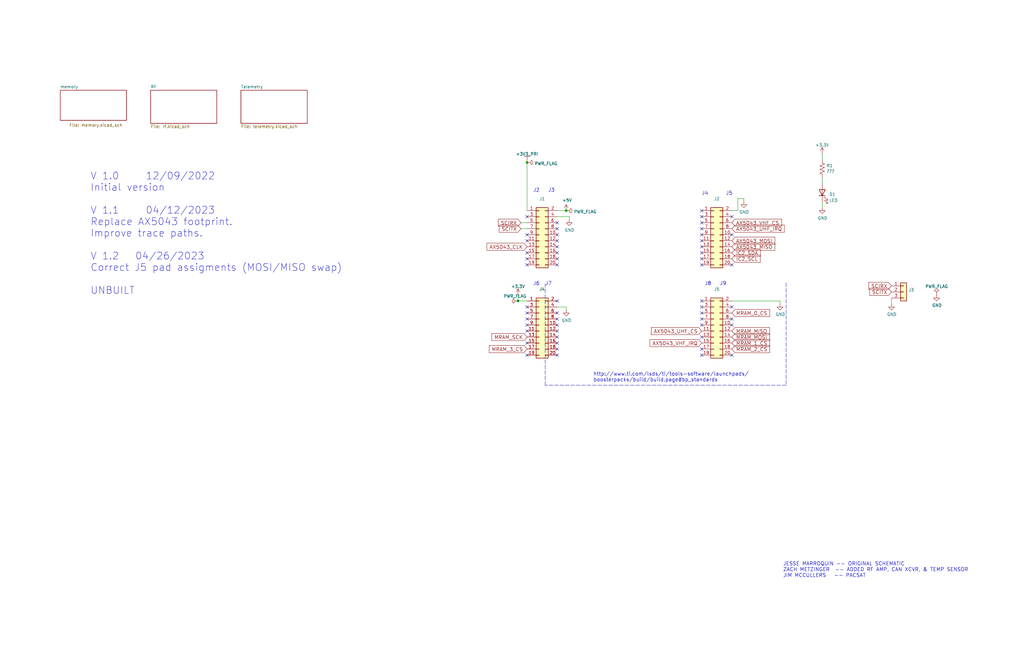
<source format=kicad_sch>
(kicad_sch (version 20211123) (generator eeschema)

  (uuid 3b58c5b4-5e49-4eee-ba1a-427b0b3c2442)

  (paper "B")

  (title_block
    (title "AX5043 PACSAT TMS-570 LaunchPad Daughter Board")
    (date "2022-12-09")
    (rev "1.1")
    (company "AMSAT-NA")
  )

  (lib_symbols
    (symbol "Connector_Generic:Conn_01x03" (pin_names (offset 1.016) hide) (in_bom yes) (on_board yes)
      (property "Reference" "J" (id 0) (at 0 5.08 0)
        (effects (font (size 1.27 1.27)))
      )
      (property "Value" "Conn_01x03" (id 1) (at 0 -5.08 0)
        (effects (font (size 1.27 1.27)))
      )
      (property "Footprint" "" (id 2) (at 0 0 0)
        (effects (font (size 1.27 1.27)) hide)
      )
      (property "Datasheet" "~" (id 3) (at 0 0 0)
        (effects (font (size 1.27 1.27)) hide)
      )
      (property "ki_keywords" "connector" (id 4) (at 0 0 0)
        (effects (font (size 1.27 1.27)) hide)
      )
      (property "ki_description" "Generic connector, single row, 01x03, script generated (kicad-library-utils/schlib/autogen/connector/)" (id 5) (at 0 0 0)
        (effects (font (size 1.27 1.27)) hide)
      )
      (property "ki_fp_filters" "Connector*:*_1x??_*" (id 6) (at 0 0 0)
        (effects (font (size 1.27 1.27)) hide)
      )
      (symbol "Conn_01x03_1_1"
        (rectangle (start -1.27 -2.413) (end 0 -2.667)
          (stroke (width 0.1524) (type default) (color 0 0 0 0))
          (fill (type none))
        )
        (rectangle (start -1.27 0.127) (end 0 -0.127)
          (stroke (width 0.1524) (type default) (color 0 0 0 0))
          (fill (type none))
        )
        (rectangle (start -1.27 2.667) (end 0 2.413)
          (stroke (width 0.1524) (type default) (color 0 0 0 0))
          (fill (type none))
        )
        (rectangle (start -1.27 3.81) (end 1.27 -3.81)
          (stroke (width 0.254) (type default) (color 0 0 0 0))
          (fill (type background))
        )
        (pin passive line (at -5.08 2.54 0) (length 3.81)
          (name "Pin_1" (effects (font (size 1.27 1.27))))
          (number "1" (effects (font (size 1.27 1.27))))
        )
        (pin passive line (at -5.08 0 0) (length 3.81)
          (name "Pin_2" (effects (font (size 1.27 1.27))))
          (number "2" (effects (font (size 1.27 1.27))))
        )
        (pin passive line (at -5.08 -2.54 0) (length 3.81)
          (name "Pin_3" (effects (font (size 1.27 1.27))))
          (number "3" (effects (font (size 1.27 1.27))))
        )
      )
    )
    (symbol "Connector_Generic:Conn_02x10_Odd_Even" (pin_names (offset 1.016) hide) (in_bom yes) (on_board yes)
      (property "Reference" "J" (id 0) (at 1.27 12.7 0)
        (effects (font (size 1.27 1.27)))
      )
      (property "Value" "Conn_02x10_Odd_Even" (id 1) (at 1.27 -15.24 0)
        (effects (font (size 1.27 1.27)))
      )
      (property "Footprint" "" (id 2) (at 0 0 0)
        (effects (font (size 1.27 1.27)) hide)
      )
      (property "Datasheet" "~" (id 3) (at 0 0 0)
        (effects (font (size 1.27 1.27)) hide)
      )
      (property "ki_keywords" "connector" (id 4) (at 0 0 0)
        (effects (font (size 1.27 1.27)) hide)
      )
      (property "ki_description" "Generic connector, double row, 02x10, odd/even pin numbering scheme (row 1 odd numbers, row 2 even numbers), script generated (kicad-library-utils/schlib/autogen/connector/)" (id 5) (at 0 0 0)
        (effects (font (size 1.27 1.27)) hide)
      )
      (property "ki_fp_filters" "Connector*:*_2x??_*" (id 6) (at 0 0 0)
        (effects (font (size 1.27 1.27)) hide)
      )
      (symbol "Conn_02x10_Odd_Even_1_1"
        (rectangle (start -1.27 -12.573) (end 0 -12.827)
          (stroke (width 0.1524) (type default) (color 0 0 0 0))
          (fill (type none))
        )
        (rectangle (start -1.27 -10.033) (end 0 -10.287)
          (stroke (width 0.1524) (type default) (color 0 0 0 0))
          (fill (type none))
        )
        (rectangle (start -1.27 -7.493) (end 0 -7.747)
          (stroke (width 0.1524) (type default) (color 0 0 0 0))
          (fill (type none))
        )
        (rectangle (start -1.27 -4.953) (end 0 -5.207)
          (stroke (width 0.1524) (type default) (color 0 0 0 0))
          (fill (type none))
        )
        (rectangle (start -1.27 -2.413) (end 0 -2.667)
          (stroke (width 0.1524) (type default) (color 0 0 0 0))
          (fill (type none))
        )
        (rectangle (start -1.27 0.127) (end 0 -0.127)
          (stroke (width 0.1524) (type default) (color 0 0 0 0))
          (fill (type none))
        )
        (rectangle (start -1.27 2.667) (end 0 2.413)
          (stroke (width 0.1524) (type default) (color 0 0 0 0))
          (fill (type none))
        )
        (rectangle (start -1.27 5.207) (end 0 4.953)
          (stroke (width 0.1524) (type default) (color 0 0 0 0))
          (fill (type none))
        )
        (rectangle (start -1.27 7.747) (end 0 7.493)
          (stroke (width 0.1524) (type default) (color 0 0 0 0))
          (fill (type none))
        )
        (rectangle (start -1.27 10.287) (end 0 10.033)
          (stroke (width 0.1524) (type default) (color 0 0 0 0))
          (fill (type none))
        )
        (rectangle (start -1.27 11.43) (end 3.81 -13.97)
          (stroke (width 0.254) (type default) (color 0 0 0 0))
          (fill (type background))
        )
        (rectangle (start 3.81 -12.573) (end 2.54 -12.827)
          (stroke (width 0.1524) (type default) (color 0 0 0 0))
          (fill (type none))
        )
        (rectangle (start 3.81 -10.033) (end 2.54 -10.287)
          (stroke (width 0.1524) (type default) (color 0 0 0 0))
          (fill (type none))
        )
        (rectangle (start 3.81 -7.493) (end 2.54 -7.747)
          (stroke (width 0.1524) (type default) (color 0 0 0 0))
          (fill (type none))
        )
        (rectangle (start 3.81 -4.953) (end 2.54 -5.207)
          (stroke (width 0.1524) (type default) (color 0 0 0 0))
          (fill (type none))
        )
        (rectangle (start 3.81 -2.413) (end 2.54 -2.667)
          (stroke (width 0.1524) (type default) (color 0 0 0 0))
          (fill (type none))
        )
        (rectangle (start 3.81 0.127) (end 2.54 -0.127)
          (stroke (width 0.1524) (type default) (color 0 0 0 0))
          (fill (type none))
        )
        (rectangle (start 3.81 2.667) (end 2.54 2.413)
          (stroke (width 0.1524) (type default) (color 0 0 0 0))
          (fill (type none))
        )
        (rectangle (start 3.81 5.207) (end 2.54 4.953)
          (stroke (width 0.1524) (type default) (color 0 0 0 0))
          (fill (type none))
        )
        (rectangle (start 3.81 7.747) (end 2.54 7.493)
          (stroke (width 0.1524) (type default) (color 0 0 0 0))
          (fill (type none))
        )
        (rectangle (start 3.81 10.287) (end 2.54 10.033)
          (stroke (width 0.1524) (type default) (color 0 0 0 0))
          (fill (type none))
        )
        (pin passive line (at -5.08 10.16 0) (length 3.81)
          (name "Pin_1" (effects (font (size 1.27 1.27))))
          (number "1" (effects (font (size 1.27 1.27))))
        )
        (pin passive line (at 7.62 0 180) (length 3.81)
          (name "Pin_10" (effects (font (size 1.27 1.27))))
          (number "10" (effects (font (size 1.27 1.27))))
        )
        (pin passive line (at -5.08 -2.54 0) (length 3.81)
          (name "Pin_11" (effects (font (size 1.27 1.27))))
          (number "11" (effects (font (size 1.27 1.27))))
        )
        (pin passive line (at 7.62 -2.54 180) (length 3.81)
          (name "Pin_12" (effects (font (size 1.27 1.27))))
          (number "12" (effects (font (size 1.27 1.27))))
        )
        (pin passive line (at -5.08 -5.08 0) (length 3.81)
          (name "Pin_13" (effects (font (size 1.27 1.27))))
          (number "13" (effects (font (size 1.27 1.27))))
        )
        (pin passive line (at 7.62 -5.08 180) (length 3.81)
          (name "Pin_14" (effects (font (size 1.27 1.27))))
          (number "14" (effects (font (size 1.27 1.27))))
        )
        (pin passive line (at -5.08 -7.62 0) (length 3.81)
          (name "Pin_15" (effects (font (size 1.27 1.27))))
          (number "15" (effects (font (size 1.27 1.27))))
        )
        (pin passive line (at 7.62 -7.62 180) (length 3.81)
          (name "Pin_16" (effects (font (size 1.27 1.27))))
          (number "16" (effects (font (size 1.27 1.27))))
        )
        (pin passive line (at -5.08 -10.16 0) (length 3.81)
          (name "Pin_17" (effects (font (size 1.27 1.27))))
          (number "17" (effects (font (size 1.27 1.27))))
        )
        (pin passive line (at 7.62 -10.16 180) (length 3.81)
          (name "Pin_18" (effects (font (size 1.27 1.27))))
          (number "18" (effects (font (size 1.27 1.27))))
        )
        (pin passive line (at -5.08 -12.7 0) (length 3.81)
          (name "Pin_19" (effects (font (size 1.27 1.27))))
          (number "19" (effects (font (size 1.27 1.27))))
        )
        (pin passive line (at 7.62 10.16 180) (length 3.81)
          (name "Pin_2" (effects (font (size 1.27 1.27))))
          (number "2" (effects (font (size 1.27 1.27))))
        )
        (pin passive line (at 7.62 -12.7 180) (length 3.81)
          (name "Pin_20" (effects (font (size 1.27 1.27))))
          (number "20" (effects (font (size 1.27 1.27))))
        )
        (pin passive line (at -5.08 7.62 0) (length 3.81)
          (name "Pin_3" (effects (font (size 1.27 1.27))))
          (number "3" (effects (font (size 1.27 1.27))))
        )
        (pin passive line (at 7.62 7.62 180) (length 3.81)
          (name "Pin_4" (effects (font (size 1.27 1.27))))
          (number "4" (effects (font (size 1.27 1.27))))
        )
        (pin passive line (at -5.08 5.08 0) (length 3.81)
          (name "Pin_5" (effects (font (size 1.27 1.27))))
          (number "5" (effects (font (size 1.27 1.27))))
        )
        (pin passive line (at 7.62 5.08 180) (length 3.81)
          (name "Pin_6" (effects (font (size 1.27 1.27))))
          (number "6" (effects (font (size 1.27 1.27))))
        )
        (pin passive line (at -5.08 2.54 0) (length 3.81)
          (name "Pin_7" (effects (font (size 1.27 1.27))))
          (number "7" (effects (font (size 1.27 1.27))))
        )
        (pin passive line (at 7.62 2.54 180) (length 3.81)
          (name "Pin_8" (effects (font (size 1.27 1.27))))
          (number "8" (effects (font (size 1.27 1.27))))
        )
        (pin passive line (at -5.08 0 0) (length 3.81)
          (name "Pin_9" (effects (font (size 1.27 1.27))))
          (number "9" (effects (font (size 1.27 1.27))))
        )
      )
    )
    (symbol "Device:LED" (pin_numbers hide) (pin_names (offset 1.016) hide) (in_bom yes) (on_board yes)
      (property "Reference" "D" (id 0) (at 0 2.54 0)
        (effects (font (size 1.27 1.27)))
      )
      (property "Value" "LED" (id 1) (at 0 -2.54 0)
        (effects (font (size 1.27 1.27)))
      )
      (property "Footprint" "" (id 2) (at 0 0 0)
        (effects (font (size 1.27 1.27)) hide)
      )
      (property "Datasheet" "~" (id 3) (at 0 0 0)
        (effects (font (size 1.27 1.27)) hide)
      )
      (property "ki_keywords" "LED diode" (id 4) (at 0 0 0)
        (effects (font (size 1.27 1.27)) hide)
      )
      (property "ki_description" "Light emitting diode" (id 5) (at 0 0 0)
        (effects (font (size 1.27 1.27)) hide)
      )
      (property "ki_fp_filters" "LED* LED_SMD:* LED_THT:*" (id 6) (at 0 0 0)
        (effects (font (size 1.27 1.27)) hide)
      )
      (symbol "LED_0_1"
        (polyline
          (pts
            (xy -1.27 -1.27)
            (xy -1.27 1.27)
          )
          (stroke (width 0.254) (type default) (color 0 0 0 0))
          (fill (type none))
        )
        (polyline
          (pts
            (xy -1.27 0)
            (xy 1.27 0)
          )
          (stroke (width 0) (type default) (color 0 0 0 0))
          (fill (type none))
        )
        (polyline
          (pts
            (xy 1.27 -1.27)
            (xy 1.27 1.27)
            (xy -1.27 0)
            (xy 1.27 -1.27)
          )
          (stroke (width 0.254) (type default) (color 0 0 0 0))
          (fill (type none))
        )
        (polyline
          (pts
            (xy -3.048 -0.762)
            (xy -4.572 -2.286)
            (xy -3.81 -2.286)
            (xy -4.572 -2.286)
            (xy -4.572 -1.524)
          )
          (stroke (width 0) (type default) (color 0 0 0 0))
          (fill (type none))
        )
        (polyline
          (pts
            (xy -1.778 -0.762)
            (xy -3.302 -2.286)
            (xy -2.54 -2.286)
            (xy -3.302 -2.286)
            (xy -3.302 -1.524)
          )
          (stroke (width 0) (type default) (color 0 0 0 0))
          (fill (type none))
        )
      )
      (symbol "LED_1_1"
        (pin passive line (at -3.81 0 0) (length 2.54)
          (name "K" (effects (font (size 1.27 1.27))))
          (number "1" (effects (font (size 1.27 1.27))))
        )
        (pin passive line (at 3.81 0 180) (length 2.54)
          (name "A" (effects (font (size 1.27 1.27))))
          (number "2" (effects (font (size 1.27 1.27))))
        )
      )
    )
    (symbol "Device:R_US" (pin_numbers hide) (pin_names (offset 0)) (in_bom yes) (on_board yes)
      (property "Reference" "R" (id 0) (at 2.54 0 90)
        (effects (font (size 1.27 1.27)))
      )
      (property "Value" "R_US" (id 1) (at -2.54 0 90)
        (effects (font (size 1.27 1.27)))
      )
      (property "Footprint" "" (id 2) (at 1.016 -0.254 90)
        (effects (font (size 1.27 1.27)) hide)
      )
      (property "Datasheet" "~" (id 3) (at 0 0 0)
        (effects (font (size 1.27 1.27)) hide)
      )
      (property "ki_keywords" "R res resistor" (id 4) (at 0 0 0)
        (effects (font (size 1.27 1.27)) hide)
      )
      (property "ki_description" "Resistor, US symbol" (id 5) (at 0 0 0)
        (effects (font (size 1.27 1.27)) hide)
      )
      (property "ki_fp_filters" "R_*" (id 6) (at 0 0 0)
        (effects (font (size 1.27 1.27)) hide)
      )
      (symbol "R_US_0_1"
        (polyline
          (pts
            (xy 0 -2.286)
            (xy 0 -2.54)
          )
          (stroke (width 0) (type default) (color 0 0 0 0))
          (fill (type none))
        )
        (polyline
          (pts
            (xy 0 2.286)
            (xy 0 2.54)
          )
          (stroke (width 0) (type default) (color 0 0 0 0))
          (fill (type none))
        )
        (polyline
          (pts
            (xy 0 -0.762)
            (xy 1.016 -1.143)
            (xy 0 -1.524)
            (xy -1.016 -1.905)
            (xy 0 -2.286)
          )
          (stroke (width 0) (type default) (color 0 0 0 0))
          (fill (type none))
        )
        (polyline
          (pts
            (xy 0 0.762)
            (xy 1.016 0.381)
            (xy 0 0)
            (xy -1.016 -0.381)
            (xy 0 -0.762)
          )
          (stroke (width 0) (type default) (color 0 0 0 0))
          (fill (type none))
        )
        (polyline
          (pts
            (xy 0 2.286)
            (xy 1.016 1.905)
            (xy 0 1.524)
            (xy -1.016 1.143)
            (xy 0 0.762)
          )
          (stroke (width 0) (type default) (color 0 0 0 0))
          (fill (type none))
        )
      )
      (symbol "R_US_1_1"
        (pin passive line (at 0 3.81 270) (length 1.27)
          (name "~" (effects (font (size 1.27 1.27))))
          (number "1" (effects (font (size 1.27 1.27))))
        )
        (pin passive line (at 0 -3.81 90) (length 1.27)
          (name "~" (effects (font (size 1.27 1.27))))
          (number "2" (effects (font (size 1.27 1.27))))
        )
      )
    )
    (symbol "amsat_discrete:+3V3_PRI" (power) (pin_names (offset 0)) (in_bom yes) (on_board yes)
      (property "Reference" "#PWR" (id 0) (at 0 -3.81 0)
        (effects (font (size 1.27 1.27)) hide)
      )
      (property "Value" "+3V3_PRI" (id 1) (at 0 3.556 0)
        (effects (font (size 1.27 1.27)))
      )
      (property "Footprint" "" (id 2) (at 0 0 0)
        (effects (font (size 1.27 1.27)) hide)
      )
      (property "Datasheet" "" (id 3) (at 0 0 0)
        (effects (font (size 1.27 1.27)) hide)
      )
      (property "ki_keywords" "Power Flag Symbol" (id 4) (at 0 0 0)
        (effects (font (size 1.27 1.27)) hide)
      )
      (property "ki_description" "Power Net, Primary, +3.3V" (id 5) (at 0 0 0)
        (effects (font (size 1.27 1.27)) hide)
      )
      (symbol "+3V3_PRI_0_1"
        (polyline
          (pts
            (xy -1.27 2.54)
            (xy 0 2.54)
          )
          (stroke (width 0) (type default) (color 0 0 0 0))
          (fill (type none))
        )
        (polyline
          (pts
            (xy 0 0)
            (xy 0 2.54)
          )
          (stroke (width 0) (type default) (color 0 0 0 0))
          (fill (type none))
        )
        (polyline
          (pts
            (xy 0 2.54)
            (xy 1.27 2.54)
          )
          (stroke (width 0) (type default) (color 0 0 0 0))
          (fill (type none))
        )
      )
      (symbol "+3V3_PRI_1_1"
        (pin power_in line (at 0 0 90) (length 0) hide
          (name "+3V3_PRI" (effects (font (size 1.27 1.27))))
          (number "1" (effects (font (size 1.27 1.27))))
        )
      )
    )
    (symbol "power:+3.3V" (power) (pin_names (offset 0)) (in_bom yes) (on_board yes)
      (property "Reference" "#PWR" (id 0) (at 0 -3.81 0)
        (effects (font (size 1.27 1.27)) hide)
      )
      (property "Value" "+3.3V" (id 1) (at 0 3.556 0)
        (effects (font (size 1.27 1.27)))
      )
      (property "Footprint" "" (id 2) (at 0 0 0)
        (effects (font (size 1.27 1.27)) hide)
      )
      (property "Datasheet" "" (id 3) (at 0 0 0)
        (effects (font (size 1.27 1.27)) hide)
      )
      (property "ki_keywords" "global power" (id 4) (at 0 0 0)
        (effects (font (size 1.27 1.27)) hide)
      )
      (property "ki_description" "Power symbol creates a global label with name \"+3.3V\"" (id 5) (at 0 0 0)
        (effects (font (size 1.27 1.27)) hide)
      )
      (symbol "+3.3V_0_1"
        (polyline
          (pts
            (xy -0.762 1.27)
            (xy 0 2.54)
          )
          (stroke (width 0) (type default) (color 0 0 0 0))
          (fill (type none))
        )
        (polyline
          (pts
            (xy 0 0)
            (xy 0 2.54)
          )
          (stroke (width 0) (type default) (color 0 0 0 0))
          (fill (type none))
        )
        (polyline
          (pts
            (xy 0 2.54)
            (xy 0.762 1.27)
          )
          (stroke (width 0) (type default) (color 0 0 0 0))
          (fill (type none))
        )
      )
      (symbol "+3.3V_1_1"
        (pin power_in line (at 0 0 90) (length 0) hide
          (name "+3.3V" (effects (font (size 1.27 1.27))))
          (number "1" (effects (font (size 1.27 1.27))))
        )
      )
    )
    (symbol "power:+5V" (power) (pin_names (offset 0)) (in_bom yes) (on_board yes)
      (property "Reference" "#PWR" (id 0) (at 0 -3.81 0)
        (effects (font (size 1.27 1.27)) hide)
      )
      (property "Value" "+5V" (id 1) (at 0 3.556 0)
        (effects (font (size 1.27 1.27)))
      )
      (property "Footprint" "" (id 2) (at 0 0 0)
        (effects (font (size 1.27 1.27)) hide)
      )
      (property "Datasheet" "" (id 3) (at 0 0 0)
        (effects (font (size 1.27 1.27)) hide)
      )
      (property "ki_keywords" "global power" (id 4) (at 0 0 0)
        (effects (font (size 1.27 1.27)) hide)
      )
      (property "ki_description" "Power symbol creates a global label with name \"+5V\"" (id 5) (at 0 0 0)
        (effects (font (size 1.27 1.27)) hide)
      )
      (symbol "+5V_0_1"
        (polyline
          (pts
            (xy -0.762 1.27)
            (xy 0 2.54)
          )
          (stroke (width 0) (type default) (color 0 0 0 0))
          (fill (type none))
        )
        (polyline
          (pts
            (xy 0 0)
            (xy 0 2.54)
          )
          (stroke (width 0) (type default) (color 0 0 0 0))
          (fill (type none))
        )
        (polyline
          (pts
            (xy 0 2.54)
            (xy 0.762 1.27)
          )
          (stroke (width 0) (type default) (color 0 0 0 0))
          (fill (type none))
        )
      )
      (symbol "+5V_1_1"
        (pin power_in line (at 0 0 90) (length 0) hide
          (name "+5V" (effects (font (size 1.27 1.27))))
          (number "1" (effects (font (size 1.27 1.27))))
        )
      )
    )
    (symbol "power:GND" (power) (pin_names (offset 0)) (in_bom yes) (on_board yes)
      (property "Reference" "#PWR" (id 0) (at 0 -6.35 0)
        (effects (font (size 1.27 1.27)) hide)
      )
      (property "Value" "GND" (id 1) (at 0 -3.81 0)
        (effects (font (size 1.27 1.27)))
      )
      (property "Footprint" "" (id 2) (at 0 0 0)
        (effects (font (size 1.27 1.27)) hide)
      )
      (property "Datasheet" "" (id 3) (at 0 0 0)
        (effects (font (size 1.27 1.27)) hide)
      )
      (property "ki_keywords" "global power" (id 4) (at 0 0 0)
        (effects (font (size 1.27 1.27)) hide)
      )
      (property "ki_description" "Power symbol creates a global label with name \"GND\" , ground" (id 5) (at 0 0 0)
        (effects (font (size 1.27 1.27)) hide)
      )
      (symbol "GND_0_1"
        (polyline
          (pts
            (xy 0 0)
            (xy 0 -1.27)
            (xy 1.27 -1.27)
            (xy 0 -2.54)
            (xy -1.27 -1.27)
            (xy 0 -1.27)
          )
          (stroke (width 0) (type default) (color 0 0 0 0))
          (fill (type none))
        )
      )
      (symbol "GND_1_1"
        (pin power_in line (at 0 0 270) (length 0) hide
          (name "GND" (effects (font (size 1.27 1.27))))
          (number "1" (effects (font (size 1.27 1.27))))
        )
      )
    )
    (symbol "power:PWR_FLAG" (power) (pin_numbers hide) (pin_names (offset 0) hide) (in_bom yes) (on_board yes)
      (property "Reference" "#FLG" (id 0) (at 0 1.905 0)
        (effects (font (size 1.27 1.27)) hide)
      )
      (property "Value" "PWR_FLAG" (id 1) (at 0 3.81 0)
        (effects (font (size 1.27 1.27)))
      )
      (property "Footprint" "" (id 2) (at 0 0 0)
        (effects (font (size 1.27 1.27)) hide)
      )
      (property "Datasheet" "~" (id 3) (at 0 0 0)
        (effects (font (size 1.27 1.27)) hide)
      )
      (property "ki_keywords" "flag power" (id 4) (at 0 0 0)
        (effects (font (size 1.27 1.27)) hide)
      )
      (property "ki_description" "Special symbol for telling ERC where power comes from" (id 5) (at 0 0 0)
        (effects (font (size 1.27 1.27)) hide)
      )
      (symbol "PWR_FLAG_0_0"
        (pin power_out line (at 0 0 90) (length 0)
          (name "pwr" (effects (font (size 1.27 1.27))))
          (number "1" (effects (font (size 1.27 1.27))))
        )
      )
      (symbol "PWR_FLAG_0_1"
        (polyline
          (pts
            (xy 0 0)
            (xy 0 1.27)
            (xy -1.016 1.905)
            (xy 0 2.54)
            (xy 1.016 1.905)
            (xy 0 1.27)
          )
          (stroke (width 0) (type default) (color 0 0 0 0))
          (fill (type none))
        )
      )
    )
  )

  (junction (at 238.76 88.9) (diameter 0) (color 0 0 0 0)
    (uuid 4465643d-412e-48cc-aa39-d92439e572b8)
  )
  (junction (at 218.44 127) (diameter 0) (color 0 0 0 0)
    (uuid 68aafd32-22ad-4660-8bc2-605a226f0cb8)
  )
  (junction (at 222.25 68.58) (diameter 0) (color 0 0 0 0)
    (uuid c11e7ca4-2668-4f7c-b4d2-2c0a5f88ecd9)
  )

  (no_connect (at 295.91 111.76) (uuid 02c196e8-bf36-4d31-875d-5b53a7177fff))
  (no_connect (at 295.91 104.14) (uuid 02c196e8-bf36-4d31-875d-5b53a7178000))
  (no_connect (at 222.25 101.6) (uuid 0358ff31-0703-4890-b7fa-1a3a037e5e06))
  (no_connect (at 295.91 149.86) (uuid 0a555e65-4e8a-40c2-a55c-5b13eb369b91))
  (no_connect (at 295.91 129.54) (uuid 0c07e7e7-f182-4f2c-afe2-b18cfd9474ba))
  (no_connect (at 295.91 101.6) (uuid 0f06cb8d-28e6-475f-9498-072d4208e860))
  (no_connect (at 234.95 149.86) (uuid 0fa664bd-9eee-46b4-8695-fedca9df8fb5))
  (no_connect (at 308.61 129.54) (uuid 2114c344-79d7-4289-8aaf-e2b147ea2ba0))
  (no_connect (at 222.25 144.78) (uuid 22188f55-550b-4c8e-bfe0-cd9c361e7a2c))
  (no_connect (at 308.61 91.44) (uuid 22931eb1-b839-47a5-9259-5b0d2973c90e))
  (no_connect (at 234.95 111.76) (uuid 22afe548-1dcb-41e0-a9d7-3a4fa470f95b))
  (no_connect (at 234.95 93.98) (uuid 301022b4-bc08-46cd-952d-8062a79c5fc6))
  (no_connect (at 222.25 137.16) (uuid 356c4d7d-9781-49ee-b7af-fefacb9960b2))
  (no_connect (at 295.91 96.52) (uuid 396ff8d3-d8e9-46df-8e49-7d32a76e8bbe))
  (no_connect (at 234.95 142.24) (uuid 3ac54462-e451-4abd-832f-00bdf4dcc85e))
  (no_connect (at 234.95 127) (uuid 440cab49-14bf-4d6e-8403-c58180898c6b))
  (no_connect (at 234.95 139.7) (uuid 45982f8b-e187-4100-9d09-51b900776c87))
  (no_connect (at 295.91 147.32) (uuid 470eb71d-1d78-4a22-bdd0-be073110334f))
  (no_connect (at 222.25 91.44) (uuid 472fb9e8-cff4-4c9b-8608-55fd9c907aef))
  (no_connect (at 222.25 139.7) (uuid 472fb9e8-cff4-4c9b-8608-55fd9c907af0))
  (no_connect (at 234.95 99.06) (uuid 4bb224cb-69d8-4255-9714-f307fd965d21))
  (no_connect (at 295.91 142.24) (uuid 4ee8b268-1e03-4fb9-8130-869a656b0b95))
  (no_connect (at 295.91 132.08) (uuid 50cc21aa-34a7-412b-a497-f9ebd8007791))
  (no_connect (at 234.95 144.78) (uuid 50ed8c10-4ed2-4ca6-b585-f23f68c3d935))
  (no_connect (at 234.95 96.52) (uuid 515e4127-8b9e-44d0-8e14-a637791354be))
  (no_connect (at 308.61 111.76) (uuid 6068f9ae-e9d4-454d-8e8d-eed1f2fb3086))
  (no_connect (at 234.95 106.68) (uuid 67a77c02-7972-46d1-b728-6a6adb023a8b))
  (no_connect (at 222.25 111.76) (uuid 6da75899-b501-4c39-84d2-1fbbaf4d16b0))
  (no_connect (at 222.25 109.22) (uuid 6da75899-b501-4c39-84d2-1fbbaf4d16b1))
  (no_connect (at 234.95 101.6) (uuid 71ddeea8-4eec-4b73-a141-0471f77b5291))
  (no_connect (at 295.91 134.62) (uuid 890cea0a-67aa-4d1b-bb78-2ecd4a27e94a))
  (no_connect (at 295.91 93.98) (uuid 8a53330b-be63-4be3-9ebc-6db8c2ece03c))
  (no_connect (at 308.61 99.06) (uuid 90939b40-108e-4f40-94b3-35f4f144c0f6))
  (no_connect (at 295.91 106.68) (uuid 93699ce9-f54e-4cf8-abf3-71415c1a7180))
  (no_connect (at 295.91 88.9) (uuid 9aae7b9a-8571-43d2-a335-05156d6974c6))
  (no_connect (at 308.61 137.16) (uuid 9da62f6f-1b4a-46ea-9b9e-dd130c4cacb1))
  (no_connect (at 234.95 104.14) (uuid a6ac777f-69a4-4e60-be94-097dbf5f7d03))
  (no_connect (at 234.95 134.62) (uuid adedb957-103d-4839-8284-a94d1d93ca05))
  (no_connect (at 308.61 134.62) (uuid b308dfcd-4284-4c70-9803-b0d0e2d432b6))
  (no_connect (at 295.91 109.22) (uuid b52ab4e2-802c-4aa6-97c4-69c0a6515f20))
  (no_connect (at 295.91 137.16) (uuid c0e2aabb-9214-4341-8d83-492f4503613e))
  (no_connect (at 222.25 149.86) (uuid c2ebf30b-7c1a-4816-9caa-22fc8f03f8a6))
  (no_connect (at 234.95 137.16) (uuid c6c40639-edde-4953-b9b9-6d7df5e25d30))
  (no_connect (at 308.61 149.86) (uuid cb1d56f4-5ab6-4790-a474-b62567478b9b))
  (no_connect (at 222.25 99.06) (uuid cb598920-1a06-4798-b21a-076d422d7f92))
  (no_connect (at 295.91 127) (uuid cbb89650-0a0b-472f-9590-77e93a3592d7))
  (no_connect (at 295.91 91.44) (uuid cd30d22b-073b-4763-b6ca-bc4ab89cb2e1))
  (no_connect (at 222.25 106.68) (uuid cf746d11-f866-453c-9af7-6596228fbc56))
  (no_connect (at 234.95 109.22) (uuid d075b8c3-45a4-4cd8-8e87-bb3905eee143))
  (no_connect (at 234.95 132.08) (uuid d1a4b2e5-5177-4c55-9365-1135801540cf))
  (no_connect (at 222.25 132.08) (uuid dd0ad2a9-3259-43b4-a0b3-48aebf98e93d))
  (no_connect (at 222.25 129.54) (uuid e499ccc7-5791-4bb6-91c1-ac18bdab13cd))
  (no_connect (at 222.25 134.62) (uuid e56aff4f-5640-4757-9d26-2dcd8850a2d6))
  (no_connect (at 295.91 99.06) (uuid e7a73c7a-5437-409e-90c3-cc47a1726818))
  (no_connect (at 234.95 147.32) (uuid f2761a78-c1c2-476f-a356-907f299418cd))

  (wire (pts (xy 346.71 85.09) (xy 346.71 87.63))
    (stroke (width 0) (type default) (color 0 0 0 0))
    (uuid 1ebbb0cd-7f0b-4cb9-90be-c7371de00261)
  )
  (wire (pts (xy 311.15 83.82) (xy 313.69 83.82))
    (stroke (width 0) (type default) (color 0 0 0 0))
    (uuid 448b96ca-81e6-4e1b-ae18-8deb13deae93)
  )
  (wire (pts (xy 219.71 96.52) (xy 222.25 96.52))
    (stroke (width 0) (type default) (color 0 0 0 0))
    (uuid 55a39599-5e80-4930-b9a2-75da8d02a149)
  )
  (wire (pts (xy 234.95 129.54) (xy 238.76 129.54))
    (stroke (width 0) (type default) (color 0 0 0 0))
    (uuid 5cca60c8-8102-4f87-9128-af5bb9b6e574)
  )
  (wire (pts (xy 222.25 127) (xy 218.44 127))
    (stroke (width 0) (type default) (color 0 0 0 0))
    (uuid 5cdb41e5-5e5a-4c0e-a75c-718c757c0d11)
  )
  (wire (pts (xy 346.71 64.77) (xy 346.71 67.31))
    (stroke (width 0) (type default) (color 0 0 0 0))
    (uuid 66c375d6-e87e-40d4-97a5-a45d90bea747)
  )
  (polyline (pts (xy 229.87 162.56) (xy 229.87 119.38))
    (stroke (width 0) (type default) (color 0 0 0 0))
    (uuid 6fed457c-a829-4884-b936-3f049289c342)
  )

  (wire (pts (xy 346.71 74.93) (xy 346.71 77.47))
    (stroke (width 0) (type default) (color 0 0 0 0))
    (uuid 74a078a9-c3a6-4ab9-8164-acdc286904a1)
  )
  (wire (pts (xy 313.69 83.82) (xy 313.69 85.09))
    (stroke (width 0) (type default) (color 0 0 0 0))
    (uuid 7ecd278c-d060-4953-9ea2-2315c73fd15e)
  )
  (polyline (pts (xy 331.47 162.56) (xy 229.87 162.56))
    (stroke (width 0) (type default) (color 0 0 0 0))
    (uuid 9abae38c-4bb1-4569-b295-d101d4ea9ca0)
  )

  (wire (pts (xy 311.15 83.82) (xy 311.15 88.9))
    (stroke (width 0) (type default) (color 0 0 0 0))
    (uuid b0d59bae-283e-4edf-ac9c-0f5cfc1e23d7)
  )
  (wire (pts (xy 328.93 128.27) (xy 328.93 127))
    (stroke (width 0) (type default) (color 0 0 0 0))
    (uuid b74c0e09-d17f-4aa6-95e3-5054ea4c5ab5)
  )
  (wire (pts (xy 308.61 127) (xy 328.93 127))
    (stroke (width 0) (type default) (color 0 0 0 0))
    (uuid ba0e7eb3-f0a7-409b-81d1-4da74065698d)
  )
  (wire (pts (xy 240.03 91.44) (xy 240.03 92.71))
    (stroke (width 0) (type default) (color 0 0 0 0))
    (uuid cef5005e-73df-4d94-98d1-485b53559da0)
  )
  (wire (pts (xy 219.71 93.98) (xy 222.25 93.98))
    (stroke (width 0) (type default) (color 0 0 0 0))
    (uuid cef9f357-64d4-4c86-9fad-24e763d13d3a)
  )
  (wire (pts (xy 234.95 88.9) (xy 238.76 88.9))
    (stroke (width 0) (type default) (color 0 0 0 0))
    (uuid d0e04c45-56b7-47e9-a5a3-7195e9408bfa)
  )
  (polyline (pts (xy 331.47 119.38) (xy 331.47 162.56))
    (stroke (width 0) (type default) (color 0 0 0 0))
    (uuid d0e107f3-879d-41df-a340-739f0db1a972)
  )

  (wire (pts (xy 238.76 129.54) (xy 238.76 130.81))
    (stroke (width 0) (type default) (color 0 0 0 0))
    (uuid d2cea924-0335-4260-aaea-c150da1bcfe5)
  )
  (wire (pts (xy 218.44 124.46) (xy 218.44 127))
    (stroke (width 0) (type default) (color 0 0 0 0))
    (uuid e23c6728-2242-4180-826a-bcbe2239e6a8)
  )
  (wire (pts (xy 375.92 125.73) (xy 375.92 128.27))
    (stroke (width 0) (type default) (color 0 0 0 0))
    (uuid e2c8136a-05af-4153-a1ce-3e354a1448f3)
  )
  (wire (pts (xy 311.15 88.9) (xy 308.61 88.9))
    (stroke (width 0) (type default) (color 0 0 0 0))
    (uuid ea3adaa6-ce30-45cb-9251-cbc406445c34)
  )
  (wire (pts (xy 234.95 91.44) (xy 240.03 91.44))
    (stroke (width 0) (type default) (color 0 0 0 0))
    (uuid f05ad5ed-8c59-4de1-beae-49e77c3bec56)
  )
  (wire (pts (xy 222.25 68.58) (xy 222.25 88.9))
    (stroke (width 0) (type default) (color 0 0 0 0))
    (uuid f56319af-92e3-4b37-83ef-d9eb677e399a)
  )

  (text "J4" (at 295.91 82.55 0)
    (effects (font (size 1.524 1.524)) (justify left bottom))
    (uuid 0725bd51-a5d0-479d-b288-ca793f98ae96)
  )
  (text "J6" (at 224.79 120.65 0)
    (effects (font (size 1.524 1.524)) (justify left bottom))
    (uuid 41e0f35b-8d4d-4a1a-b091-5145a21fb325)
  )
  (text "J2" (at 224.79 81.28 0)
    (effects (font (size 1.524 1.524)) (justify left bottom))
    (uuid 42f6ed0e-98ac-45b9-8e41-cfac1adc07f8)
  )
  (text "J3" (at 231.14 81.28 0)
    (effects (font (size 1.524 1.524)) (justify left bottom))
    (uuid 49f3bac1-e373-4ced-bc30-4edf9fbd6ba4)
  )
  (text "J9" (at 303.53 120.65 0)
    (effects (font (size 1.524 1.524)) (justify left bottom))
    (uuid 61dc3eb2-03c1-46c7-95db-4cc930983df0)
  )
  (text "JESSE MARROQUIN -- ORIGINAL SCHEMATIC\nZACH METZINGER  -- ADDED RF AMP, CAN XCVR, & TEMP SENSOR\nJIM MCCULLERS   -- PACSAT"
    (at 330.2 243.84 0)
    (effects (font (size 1.524 1.524)) (justify left bottom))
    (uuid a80379a1-0726-45fe-a6b2-9ba707dd2622)
  )
  (text "http://www.ti.com/lsds/ti/tools-software/launchpads/\nboosterpacks/build/build.page#bp_standards"
    (at 250.19 161.29 0)
    (effects (font (size 1.524 1.524)) (justify left bottom))
    (uuid ba520b03-ddad-4e18-9605-1b1188a5da78)
  )
  (text "J5" (at 306.07 82.55 0)
    (effects (font (size 1.524 1.524)) (justify left bottom))
    (uuid c3fddd63-9a34-4175-9138-38ecd9b0732a)
  )
  (text "V 1.0	12/09/2022\nInitial version\n\nV 1.1	04/12/2023	\nReplace AX5043 footprint.\nImprove trace paths.\n\nV 1.2   04/26/2023\nCorrect J5 pad assigments (MOSI/MISO swap)\n\nUNBUILT "
    (at 38.1 124.46 0)
    (effects (font (size 3 3)) (justify left bottom))
    (uuid d6671bab-7402-4f63-9174-02a828535405)
  )
  (text "J7" (at 229.87 120.65 0)
    (effects (font (size 1.524 1.524)) (justify left bottom))
    (uuid e9ea0afa-5807-45f5-b6bf-da6dc5423c55)
  )
  (text "J8" (at 297.18 120.65 0)
    (effects (font (size 1.524 1.524)) (justify left bottom))
    (uuid f7cac739-f0f1-4f8a-91ad-6bbbd04dfe8b)
  )

  (global_label "AX5043_VHF_CS" (shape input) (at 308.61 93.98 0) (fields_autoplaced)
    (effects (font (size 1.524 1.524)) (justify left))
    (uuid 0865c83c-291e-4a95-8131-fa0054ca2af9)
    (property "Intersheet References" "${INTERSHEET_REFS}" (id 0) (at 329.4692 93.8848 0)
      (effects (font (size 1.524 1.524)) (justify left) hide)
    )
  )
  (global_label "SCITX" (shape input) (at 219.71 96.52 180) (fields_autoplaced)
    (effects (font (size 1.524 1.524)) (justify right))
    (uuid 0c85781f-4dc3-4b3d-8050-45aebe35b7a4)
    (property "Intersheet References" "${INTERSHEET_REFS}" (id 0) (at 210.6074 96.4248 0)
      (effects (font (size 1.524 1.524)) (justify right) hide)
    )
  )
  (global_label "MRAM_MISO" (shape input) (at 308.61 139.7 0) (fields_autoplaced)
    (effects (font (size 1.524 1.524)) (justify left))
    (uuid 120bd7f2-ae6f-409f-b3cf-b62546b00e30)
    (property "Intersheet References" "${INTERSHEET_REFS}" (id 0) (at 324.3892 139.6048 0)
      (effects (font (size 1.524 1.524)) (justify left) hide)
    )
  )
  (global_label "MRAM_2_CS" (shape input) (at 308.61 147.32 0) (fields_autoplaced)
    (effects (font (size 1.524 1.524)) (justify left))
    (uuid 1d991a7e-49b2-480c-8768-489b3b8638a7)
    (property "Intersheet References" "${INTERSHEET_REFS}" (id 0) (at 324.4618 147.2248 0)
      (effects (font (size 1.524 1.524)) (justify left) hide)
    )
  )
  (global_label "AX5043_CLK" (shape input) (at 222.25 104.14 180) (fields_autoplaced)
    (effects (font (size 1.524 1.524)) (justify right))
    (uuid 242fb503-16a4-49bb-959e-ac2d883a1920)
    (property "Intersheet References" "${INTERSHEET_REFS}" (id 0) (at -111.76 -109.22 0)
      (effects (font (size 1.27 1.27)) hide)
    )
  )
  (global_label "MRAM_1_CS" (shape input) (at 308.61 144.78 0) (fields_autoplaced)
    (effects (font (size 1.524 1.524)) (justify left))
    (uuid 32e72570-a634-4bda-b8f1-ef481a823f4a)
    (property "Intersheet References" "${INTERSHEET_REFS}" (id 0) (at 324.4618 144.6848 0)
      (effects (font (size 1.524 1.524)) (justify left) hide)
    )
  )
  (global_label "AX5043_MISO" (shape input) (at 308.61 104.14 0) (fields_autoplaced)
    (effects (font (size 1.524 1.524)) (justify left))
    (uuid 567fd6c2-027a-4bbc-be8a-06e80f83f701)
    (property "Intersheet References" "${INTERSHEET_REFS}" (id 0) (at 326.6389 104.0448 0)
      (effects (font (size 1.524 1.524)) (justify left) hide)
    )
  )
  (global_label "AX5043_UHF_CS" (shape input) (at 295.91 139.7 180) (fields_autoplaced)
    (effects (font (size 1.524 1.524)) (justify right))
    (uuid 56e1b851-2227-4d34-8ee6-402f2326b933)
    (property "Intersheet References" "${INTERSHEET_REFS}" (id 0) (at 274.7605 139.6048 0)
      (effects (font (size 1.524 1.524)) (justify right) hide)
    )
  )
  (global_label "MRAM_0_CS" (shape input) (at 308.61 132.08 0) (fields_autoplaced)
    (effects (font (size 1.524 1.524)) (justify left))
    (uuid 59bec9b4-f6d5-4ac5-832c-9a7329bc9186)
    (property "Intersheet References" "${INTERSHEET_REFS}" (id 0) (at 324.4618 131.9848 0)
      (effects (font (size 1.524 1.524)) (justify left) hide)
    )
  )
  (global_label "MRAM_MOSI" (shape input) (at 308.61 142.24 0) (fields_autoplaced)
    (effects (font (size 1.524 1.524)) (justify left))
    (uuid 83b7fbd6-50d2-449f-bd5b-26b9fbb7bf07)
    (property "Intersheet References" "${INTERSHEET_REFS}" (id 0) (at 324.3892 142.1448 0)
      (effects (font (size 1.524 1.524)) (justify left) hide)
    )
  )
  (global_label "AX5043_UHF_IRQ" (shape input) (at 308.61 96.52 0) (fields_autoplaced)
    (effects (font (size 1.524 1.524)) (justify left))
    (uuid 8a76117f-82f7-4841-9e7b-55ffb8fd20ca)
    (property "Intersheet References" "${INTERSHEET_REFS}" (id 0) (at 330.6303 96.4248 0)
      (effects (font (size 1.524 1.524)) (justify left) hide)
    )
  )
  (global_label "AX5043_VHF_IRQ" (shape input) (at 295.91 144.78 180) (fields_autoplaced)
    (effects (font (size 1.524 1.524)) (justify right))
    (uuid 963a3844-1f25-4ee1-8b84-f014b11f72a7)
    (property "Intersheet References" "${INTERSHEET_REFS}" (id 0) (at 274.18 144.6848 0)
      (effects (font (size 1.524 1.524)) (justify right) hide)
    )
  )
  (global_label "SCIRX" (shape input) (at 219.71 93.98 180) (fields_autoplaced)
    (effects (font (size 1.524 1.524)) (justify right))
    (uuid a80972df-3186-4e46-8425-89f580208409)
    (property "Intersheet References" "${INTERSHEET_REFS}" (id 0) (at 210.2445 93.8848 0)
      (effects (font (size 1.524 1.524)) (justify right) hide)
    )
  )
  (global_label "IC2_SDA" (shape input) (at 308.61 106.68 0) (fields_autoplaced)
    (effects (font (size 1.524 1.524)) (justify left))
    (uuid ad27aaf6-7787-400d-a4a0-e6467648ed7c)
    (property "Intersheet References" "${INTERSHEET_REFS}" (id 0) (at 320.5429 106.5848 0)
      (effects (font (size 1.524 1.524)) (justify left) hide)
    )
  )
  (global_label "MRAM_SCK" (shape input) (at 222.25 142.24 180) (fields_autoplaced)
    (effects (font (size 1.524 1.524)) (justify right))
    (uuid b95f50e9-4e83-4871-9862-e028269db668)
    (property "Intersheet References" "${INTERSHEET_REFS}" (id 0) (at 207.4868 142.1448 0)
      (effects (font (size 1.524 1.524)) (justify right) hide)
    )
  )
  (global_label "SCIRX" (shape input) (at 375.92 120.65 180) (fields_autoplaced)
    (effects (font (size 1.524 1.524)) (justify right))
    (uuid c9374847-a3ce-4f5b-9b72-0e185cbba236)
    (property "Intersheet References" "${INTERSHEET_REFS}" (id 0) (at 366.4545 120.5548 0)
      (effects (font (size 1.524 1.524)) (justify right) hide)
    )
  )
  (global_label "AX5043_MOSI" (shape input) (at 308.61 101.6 0) (fields_autoplaced)
    (effects (font (size 1.524 1.524)) (justify left))
    (uuid cfbd8247-5d60-495d-8d64-f9264b9a7266)
    (property "Intersheet References" "${INTERSHEET_REFS}" (id 0) (at 326.6389 101.5048 0)
      (effects (font (size 1.524 1.524)) (justify left) hide)
    )
  )
  (global_label "MRAM_3_CS" (shape input) (at 222.25 147.32 180) (fields_autoplaced)
    (effects (font (size 1.524 1.524)) (justify right))
    (uuid df860500-ce85-44c1-9a46-23fd1d0f3d24)
    (property "Intersheet References" "${INTERSHEET_REFS}" (id 0) (at 206.3982 147.2248 0)
      (effects (font (size 1.524 1.524)) (justify right) hide)
    )
  )
  (global_label "IC2_SCL" (shape input) (at 308.61 109.22 0) (fields_autoplaced)
    (effects (font (size 1.524 1.524)) (justify left))
    (uuid e28aca6c-6f1f-475a-b89b-19132de3fc07)
    (property "Intersheet References" "${INTERSHEET_REFS}" (id 0) (at 320.4703 109.1248 0)
      (effects (font (size 1.524 1.524)) (justify left) hide)
    )
  )
  (global_label "SCITX" (shape input) (at 375.92 123.19 180) (fields_autoplaced)
    (effects (font (size 1.524 1.524)) (justify right))
    (uuid f9d6c430-0bb2-43b9-9fc1-c0932578d783)
    (property "Intersheet References" "${INTERSHEET_REFS}" (id 0) (at 366.8174 123.0948 0)
      (effects (font (size 1.524 1.524)) (justify right) hide)
    )
  )

  (symbol (lib_id "power:GND") (at 240.03 92.71 0) (unit 1)
    (in_bom yes) (on_board yes)
    (uuid 00000000-0000-0000-0000-0000586cd4f7)
    (property "Reference" "#PWR06" (id 0) (at 240.03 99.06 0)
      (effects (font (size 1.27 1.27)) hide)
    )
    (property "Value" "GND" (id 1) (at 240.157 97.1042 0))
    (property "Footprint" "" (id 2) (at 240.03 92.71 0)
      (effects (font (size 1.27 1.27)) hide)
    )
    (property "Datasheet" "" (id 3) (at 240.03 92.71 0)
      (effects (font (size 1.27 1.27)) hide)
    )
    (pin "1" (uuid bfd7666d-bd03-405c-8a01-04f3ba9b47d8))
  )

  (symbol (lib_id "power:GND") (at 313.69 85.09 0) (unit 1)
    (in_bom yes) (on_board yes)
    (uuid 00000000-0000-0000-0000-0000586cd646)
    (property "Reference" "#PWR03" (id 0) (at 313.69 91.44 0)
      (effects (font (size 1.27 1.27)) hide)
    )
    (property "Value" "GND" (id 1) (at 313.817 89.4842 0))
    (property "Footprint" "" (id 2) (at 313.69 85.09 0)
      (effects (font (size 1.27 1.27)) hide)
    )
    (property "Datasheet" "" (id 3) (at 313.69 85.09 0)
      (effects (font (size 1.27 1.27)) hide)
    )
    (pin "1" (uuid 80c52167-f6e5-4164-9949-798e244aae8d))
  )

  (symbol (lib_id "power:+5V") (at 238.76 88.9 0) (unit 1)
    (in_bom yes) (on_board yes)
    (uuid 00000000-0000-0000-0000-00005889606f)
    (property "Reference" "#PWR05" (id 0) (at 238.76 92.71 0)
      (effects (font (size 1.27 1.27)) hide)
    )
    (property "Value" "+5V" (id 1) (at 239.141 84.5058 0))
    (property "Footprint" "" (id 2) (at 238.76 88.9 0)
      (effects (font (size 1.27 1.27)) hide)
    )
    (property "Datasheet" "" (id 3) (at 238.76 88.9 0)
      (effects (font (size 1.27 1.27)) hide)
    )
    (pin "1" (uuid 8ccbf47b-f19a-4593-90bb-9950313e1125))
  )

  (symbol (lib_id "power:GND") (at 328.93 128.27 0) (unit 1)
    (in_bom yes) (on_board yes)
    (uuid 0acc559f-699a-4be4-a8a4-da163f863353)
    (property "Reference" "#PWR08" (id 0) (at 328.93 134.62 0)
      (effects (font (size 1.27 1.27)) hide)
    )
    (property "Value" "GND" (id 1) (at 329.057 132.6642 0))
    (property "Footprint" "" (id 2) (at 328.93 128.27 0)
      (effects (font (size 1.27 1.27)) hide)
    )
    (property "Datasheet" "" (id 3) (at 328.93 128.27 0)
      (effects (font (size 1.27 1.27)) hide)
    )
    (pin "1" (uuid 27923c77-bfae-465f-8a23-2024a045388f))
  )

  (symbol (lib_id "amsat_discrete:+3V3_PRI") (at 222.25 68.58 0) (unit 1)
    (in_bom yes) (on_board yes) (fields_autoplaced)
    (uuid 4389fd04-c97a-4c56-ad33-141b2a4fd4be)
    (property "Reference" "#PWR02" (id 0) (at 222.25 72.39 0)
      (effects (font (size 1.27 1.27)) hide)
    )
    (property "Value" "+3V3_PRI" (id 1) (at 222.25 65.0042 0))
    (property "Footprint" "" (id 2) (at 222.25 68.58 0)
      (effects (font (size 1.27 1.27)) hide)
    )
    (property "Datasheet" "" (id 3) (at 222.25 68.58 0)
      (effects (font (size 1.27 1.27)) hide)
    )
    (pin "1" (uuid 963906e6-65e4-49b7-868e-4caea9b8370d))
  )

  (symbol (lib_id "power:GND") (at 375.92 128.27 0) (unit 1)
    (in_bom yes) (on_board yes)
    (uuid 70864e86-8332-4e57-8bca-c496a1af8dac)
    (property "Reference" "#PWR09" (id 0) (at 375.92 134.62 0)
      (effects (font (size 1.27 1.27)) hide)
    )
    (property "Value" "GND" (id 1) (at 376.047 132.6642 0))
    (property "Footprint" "" (id 2) (at 375.92 128.27 0)
      (effects (font (size 1.27 1.27)) hide)
    )
    (property "Datasheet" "" (id 3) (at 375.92 128.27 0)
      (effects (font (size 1.27 1.27)) hide)
    )
    (pin "1" (uuid 85086332-9532-49c9-a78a-cfbaaa1f81db))
  )

  (symbol (lib_id "Connector_Generic:Conn_02x10_Odd_Even") (at 227.33 99.06 0) (unit 1)
    (in_bom yes) (on_board yes) (fields_autoplaced)
    (uuid 89266be0-01ba-41e1-a289-22a911cf9c6c)
    (property "Reference" "J1" (id 0) (at 228.6 83.9302 0))
    (property "Value" "Conn_02x10_Top_Bottom" (id 1) (at 228.6 86.4671 0)
      (effects (font (size 1.27 1.27)) hide)
    )
    (property "Footprint" "Connector_PinHeader_2.54mm:PinHeader_2x10_P2.54mm_Vertical" (id 2) (at 227.33 99.06 0)
      (effects (font (size 1.27 1.27)) hide)
    )
    (property "Datasheet" "~" (id 3) (at 227.33 99.06 0)
      (effects (font (size 1.27 1.27)) hide)
    )
    (pin "1" (uuid e1a1f5bc-3347-4bcb-b282-b9f1f8a4390f))
    (pin "10" (uuid 440cdb5b-b628-4270-bb09-8cc3299bae68))
    (pin "11" (uuid d6e38a2e-2eb0-4408-a195-f8f0ba384f27))
    (pin "12" (uuid b939c645-ded5-430e-80ba-06b0357abded))
    (pin "13" (uuid 693624d8-8e57-4e57-a705-a1852fe0c73c))
    (pin "14" (uuid 29822e4f-6ea0-4516-933e-a2944e664089))
    (pin "15" (uuid 1ee725f1-a56b-493f-a199-91cfc225f40c))
    (pin "16" (uuid 07f66051-a99a-4258-8458-7111be8cc62b))
    (pin "17" (uuid 667bbd37-ef8d-4b86-a4f0-9d303220b012))
    (pin "18" (uuid a21699ee-1eb1-4812-9368-eb3025447316))
    (pin "19" (uuid cd08fabe-f2a8-4bce-b839-d747d9b1e76e))
    (pin "2" (uuid e557485d-ff84-4d93-a4a3-8263ccc0546e))
    (pin "20" (uuid 1e330534-12bf-4189-879b-6a9f03a34db4))
    (pin "3" (uuid 048e0000-c7c3-4884-ac44-ef61f033d786))
    (pin "4" (uuid ecbb336c-59db-40b6-817b-ad9c40c5d215))
    (pin "5" (uuid 082538d3-946c-419b-8936-43c40638ab69))
    (pin "6" (uuid 26e34ff5-116d-43a9-b654-a9e4cc934da9))
    (pin "7" (uuid 7da2547f-ad99-494a-88f1-c62e11d0ab4d))
    (pin "8" (uuid 8ac2b11a-87ca-4de8-9d7b-d165481e8548))
    (pin "9" (uuid 6e071065-8f01-475e-981c-6d6ff4cc84a9))
  )

  (symbol (lib_id "power:+3.3V") (at 218.44 124.46 0) (unit 1)
    (in_bom yes) (on_board yes) (fields_autoplaced)
    (uuid 9d763e47-1dbc-43d8-a8b4-ee9364913313)
    (property "Reference" "#PWR07" (id 0) (at 218.44 128.27 0)
      (effects (font (size 1.27 1.27)) hide)
    )
    (property "Value" "+3.3V" (id 1) (at 218.44 120.8842 0))
    (property "Footprint" "" (id 2) (at 218.44 124.46 0)
      (effects (font (size 1.27 1.27)) hide)
    )
    (property "Datasheet" "" (id 3) (at 218.44 124.46 0)
      (effects (font (size 1.27 1.27)) hide)
    )
    (pin "1" (uuid 3cc6273a-1ba2-4b5b-9e01-ca79da6e2d99))
  )

  (symbol (lib_id "power:GND") (at 346.71 87.63 0) (unit 1)
    (in_bom yes) (on_board yes)
    (uuid a379ddc2-cccc-4ba5-880d-f0e2b7b34350)
    (property "Reference" "#PWR04" (id 0) (at 346.71 93.98 0)
      (effects (font (size 1.27 1.27)) hide)
    )
    (property "Value" "GND" (id 1) (at 346.837 92.0242 0))
    (property "Footprint" "" (id 2) (at 346.71 87.63 0)
      (effects (font (size 1.27 1.27)) hide)
    )
    (property "Datasheet" "" (id 3) (at 346.71 87.63 0)
      (effects (font (size 1.27 1.27)) hide)
    )
    (pin "1" (uuid b0e73c1f-ef47-4724-8508-bc4d8e05ddbc))
  )

  (symbol (lib_id "power:PWR_FLAG") (at 238.76 88.9 270) (unit 1)
    (in_bom yes) (on_board yes) (fields_autoplaced)
    (uuid a5242d06-cac5-43ab-8c32-3904b7324005)
    (property "Reference" "#FLG02" (id 0) (at 240.665 88.9 0)
      (effects (font (size 1.27 1.27)) hide)
    )
    (property "Value" "PWR_FLAG" (id 1) (at 241.935 89.3338 90)
      (effects (font (size 1.27 1.27)) (justify left))
    )
    (property "Footprint" "" (id 2) (at 238.76 88.9 0)
      (effects (font (size 1.27 1.27)) hide)
    )
    (property "Datasheet" "~" (id 3) (at 238.76 88.9 0)
      (effects (font (size 1.27 1.27)) hide)
    )
    (pin "1" (uuid 17f83471-14da-49fc-a65f-9e2a1d4559e7))
  )

  (symbol (lib_id "power:+3.3V") (at 346.71 64.77 0) (unit 1)
    (in_bom yes) (on_board yes) (fields_autoplaced)
    (uuid a5d99a9a-0364-4d1c-b2bb-d33eabec8f9d)
    (property "Reference" "#PWR01" (id 0) (at 346.71 68.58 0)
      (effects (font (size 1.27 1.27)) hide)
    )
    (property "Value" "+3.3V" (id 1) (at 346.71 61.1942 0))
    (property "Footprint" "" (id 2) (at 346.71 64.77 0)
      (effects (font (size 1.27 1.27)) hide)
    )
    (property "Datasheet" "" (id 3) (at 346.71 64.77 0)
      (effects (font (size 1.27 1.27)) hide)
    )
    (pin "1" (uuid a162fd7c-e023-4f75-a3dc-f5fd47748e82))
  )

  (symbol (lib_id "power:GND") (at 394.97 124.46 0) (unit 1)
    (in_bom yes) (on_board yes)
    (uuid b434f429-35e3-4fb4-bde8-fe3cbe0f46e5)
    (property "Reference" "#PWR011" (id 0) (at 394.97 130.81 0)
      (effects (font (size 1.27 1.27)) hide)
    )
    (property "Value" "GND" (id 1) (at 395.097 128.8542 0))
    (property "Footprint" "" (id 2) (at 394.97 124.46 0)
      (effects (font (size 1.27 1.27)) hide)
    )
    (property "Datasheet" "" (id 3) (at 394.97 124.46 0)
      (effects (font (size 1.27 1.27)) hide)
    )
    (pin "1" (uuid 6dc1d034-7001-477e-a015-ba6f7ce94353))
  )

  (symbol (lib_id "power:PWR_FLAG") (at 222.25 68.58 270) (unit 1)
    (in_bom yes) (on_board yes) (fields_autoplaced)
    (uuid bf8c366c-c146-47dc-af22-caa6d01839a4)
    (property "Reference" "#FLG01" (id 0) (at 224.155 68.58 0)
      (effects (font (size 1.27 1.27)) hide)
    )
    (property "Value" "PWR_FLAG" (id 1) (at 225.425 69.0138 90)
      (effects (font (size 1.27 1.27)) (justify left))
    )
    (property "Footprint" "" (id 2) (at 222.25 68.58 0)
      (effects (font (size 1.27 1.27)) hide)
    )
    (property "Datasheet" "~" (id 3) (at 222.25 68.58 0)
      (effects (font (size 1.27 1.27)) hide)
    )
    (pin "1" (uuid e91340c5-e567-4772-9c21-f94612eb0e0b))
  )

  (symbol (lib_id "power:PWR_FLAG") (at 394.97 124.46 0) (unit 1)
    (in_bom yes) (on_board yes) (fields_autoplaced)
    (uuid c211a119-20cf-41c1-ad3b-64d73eaaadc3)
    (property "Reference" "#FLG04" (id 0) (at 394.97 122.555 0)
      (effects (font (size 1.27 1.27)) hide)
    )
    (property "Value" "PWR_FLAG" (id 1) (at 394.97 120.8842 0))
    (property "Footprint" "" (id 2) (at 394.97 124.46 0)
      (effects (font (size 1.27 1.27)) hide)
    )
    (property "Datasheet" "~" (id 3) (at 394.97 124.46 0)
      (effects (font (size 1.27 1.27)) hide)
    )
    (pin "1" (uuid 53f93d30-d59a-4b3d-9406-643ed85adfa8))
  )

  (symbol (lib_id "Connector_Generic:Conn_01x03") (at 381 123.19 0) (unit 1)
    (in_bom yes) (on_board yes) (fields_autoplaced)
    (uuid c2a12743-b2a7-4f11-980a-2c7bf49be82e)
    (property "Reference" "J3" (id 0) (at 383.032 122.3553 0)
      (effects (font (size 1.27 1.27)) (justify left))
    )
    (property "Value" "Conn_01x03" (id 1) (at 383.032 124.8922 0)
      (effects (font (size 1.27 1.27)) (justify left) hide)
    )
    (property "Footprint" "Connector_Molex:Molex_KK-254_AE-6410-03A_1x03_P2.54mm_Vertical" (id 2) (at 381 123.19 0)
      (effects (font (size 1.27 1.27)) hide)
    )
    (property "Datasheet" "~" (id 3) (at 381 123.19 0)
      (effects (font (size 1.27 1.27)) hide)
    )
    (pin "1" (uuid cad20f10-29ed-4999-87ea-14c81855ede0))
    (pin "2" (uuid 98b29508-8328-4f2b-9a14-0bc6829a78b1))
    (pin "3" (uuid e5b12c2e-fe38-4e05-a5a2-3f14d00491d1))
  )

  (symbol (lib_id "Connector_Generic:Conn_02x10_Odd_Even") (at 300.99 99.06 0) (unit 1)
    (in_bom yes) (on_board yes) (fields_autoplaced)
    (uuid cf724c0c-2342-4ac5-810b-b138ca9d7906)
    (property "Reference" "J2" (id 0) (at 302.26 83.9302 0))
    (property "Value" "Conn_02x10_Top_Bottom" (id 1) (at 302.26 86.4671 0)
      (effects (font (size 1.27 1.27)) hide)
    )
    (property "Footprint" "Connector_PinHeader_2.54mm:PinHeader_2x10_P2.54mm_Vertical" (id 2) (at 300.99 99.06 0)
      (effects (font (size 1.27 1.27)) hide)
    )
    (property "Datasheet" "~" (id 3) (at 300.99 99.06 0)
      (effects (font (size 1.27 1.27)) hide)
    )
    (pin "1" (uuid 28695e3f-eb01-457f-bbce-eba957befc7d))
    (pin "10" (uuid 5a6199fe-5a4b-465e-bf10-1951bd3142c9))
    (pin "11" (uuid cff4ef91-b4ec-43ab-89d2-626e3c64fdb5))
    (pin "12" (uuid b0ed9ece-bd83-4a11-8fb0-468fd131817e))
    (pin "13" (uuid d691813f-2853-4479-826a-84e652a83b18))
    (pin "14" (uuid 71c116f8-091e-4368-9f38-d572288803a4))
    (pin "15" (uuid a8e29455-344a-4ccd-a674-e2192c3fd2f3))
    (pin "16" (uuid 44501960-a8df-4884-85b4-bbdb6c033cf1))
    (pin "17" (uuid 384c15d0-9619-4e5f-b4e8-7ac132ca1c8b))
    (pin "18" (uuid 7d3f179d-c3c4-4286-9e2f-af32006542b9))
    (pin "19" (uuid 86946a9e-7890-4c10-943a-92710abaf5a0))
    (pin "2" (uuid 42999aae-289a-4626-add2-de91eb02326e))
    (pin "20" (uuid 969ecfb2-3412-43d7-82e8-fe88c99e73d4))
    (pin "3" (uuid 16e50e48-f568-4fc2-96d0-b452d658425e))
    (pin "4" (uuid 98645dd8-a3aa-4d37-89c6-8f46429d2fa0))
    (pin "5" (uuid 409f5db5-a5e9-478c-bec9-05215fd2908a))
    (pin "6" (uuid 357e165a-2ec5-4040-b784-06331e076d2b))
    (pin "7" (uuid fa7b7bb2-cebe-4ee7-9f31-87c943affd73))
    (pin "8" (uuid 2ec85578-fc0d-42e7-a880-21f6696b1bc2))
    (pin "9" (uuid bd2a7af5-30fc-46d4-a243-fb697dbfd4fe))
  )

  (symbol (lib_id "Connector_Generic:Conn_02x10_Odd_Even") (at 300.99 137.16 0) (unit 1)
    (in_bom yes) (on_board yes) (fields_autoplaced)
    (uuid cfe7b325-82c4-4eee-ab30-ce11e469eadb)
    (property "Reference" "J5" (id 0) (at 302.26 122.0302 0))
    (property "Value" "Conn_02x10_Top_Bottom" (id 1) (at 302.26 124.5671 0)
      (effects (font (size 1.27 1.27)) hide)
    )
    (property "Footprint" "Connector_PinHeader_2.54mm:PinHeader_2x10_P2.54mm_Vertical" (id 2) (at 300.99 137.16 0)
      (effects (font (size 1.27 1.27)) hide)
    )
    (property "Datasheet" "~" (id 3) (at 300.99 137.16 0)
      (effects (font (size 1.27 1.27)) hide)
    )
    (pin "1" (uuid 7dccbab8-9872-4de5-ab69-013d2f4e5557))
    (pin "10" (uuid 3f54b61e-7dd4-4511-9ed1-44a64e64520d))
    (pin "11" (uuid 7bdab963-d3f7-4459-b658-999d04034247))
    (pin "12" (uuid e33381e6-588a-4e39-b08b-ebfc261fe971))
    (pin "13" (uuid 208d46ee-71c9-4ffe-8259-4dc06f862245))
    (pin "14" (uuid fade322a-94dd-49ce-b47d-5cf06b4ad7cb))
    (pin "15" (uuid 61d469bb-0980-4cd5-8e98-68468bd2f112))
    (pin "16" (uuid 68ed884e-4f3e-45a6-b9b5-c06bb571e516))
    (pin "17" (uuid eb8ecaac-3a49-467c-b669-bf72d124e1e4))
    (pin "18" (uuid a07a5c3d-87ba-4151-8d87-145b3a095849))
    (pin "19" (uuid 23bc4571-36ec-420e-a725-4f321ac9c1dd))
    (pin "2" (uuid 564fc8a1-a457-4e4c-ad53-3609a7d06f2c))
    (pin "20" (uuid 09be2bad-37a2-4db5-9611-cb13eeff4a4d))
    (pin "3" (uuid c3752326-bd3c-4bb4-817c-22fc96dc1553))
    (pin "4" (uuid c2a73a02-26ce-449e-962f-21eae49712be))
    (pin "5" (uuid 4f49b70a-20f3-4ef1-9a08-9f09158b3297))
    (pin "6" (uuid ad2eb58b-be53-4469-be7b-f163cb2df705))
    (pin "7" (uuid 4bb6431f-778e-4776-b6cb-3a282c31370a))
    (pin "8" (uuid 86b78fda-d9fe-4b45-a747-e1cd8e67a896))
    (pin "9" (uuid 37007f97-9c8e-4dd6-aff4-254b7e790b6d))
  )

  (symbol (lib_id "power:PWR_FLAG") (at 218.44 127 90) (unit 1)
    (in_bom yes) (on_board yes) (fields_autoplaced)
    (uuid d3e09099-ad3a-43d4-a15b-7edd536b9062)
    (property "Reference" "#FLG03" (id 0) (at 216.535 127 0)
      (effects (font (size 1.27 1.27)) hide)
    )
    (property "Value" "PWR_FLAG" (id 1) (at 217.17 124.9482 90))
    (property "Footprint" "" (id 2) (at 218.44 127 0)
      (effects (font (size 1.27 1.27)) hide)
    )
    (property "Datasheet" "~" (id 3) (at 218.44 127 0)
      (effects (font (size 1.27 1.27)) hide)
    )
    (pin "1" (uuid 10abb9fb-0c81-4426-9ac4-6fc2f6683739))
  )

  (symbol (lib_id "Device:LED") (at 346.71 81.28 90) (unit 1)
    (in_bom yes) (on_board yes) (fields_autoplaced)
    (uuid d8981058-5ee0-4ab3-9f23-41e3ccea8b89)
    (property "Reference" "D1" (id 0) (at 349.631 82.0328 90)
      (effects (font (size 1.27 1.27)) (justify right))
    )
    (property "Value" "LED" (id 1) (at 349.631 84.5697 90)
      (effects (font (size 1.27 1.27)) (justify right))
    )
    (property "Footprint" "LED_SMD:LED_0603_1608Metric_Pad1.05x0.95mm_HandSolder" (id 2) (at 346.71 81.28 0)
      (effects (font (size 1.27 1.27)) hide)
    )
    (property "Datasheet" "~" (id 3) (at 346.71 81.28 0)
      (effects (font (size 1.27 1.27)) hide)
    )
    (pin "1" (uuid 6ece7548-62b8-4de7-9739-f7780989991f))
    (pin "2" (uuid d16effda-4b73-4179-a183-557203068659))
  )

  (symbol (lib_id "Connector_Generic:Conn_02x10_Odd_Even") (at 227.33 137.16 0) (unit 1)
    (in_bom yes) (on_board yes) (fields_autoplaced)
    (uuid e0da6d78-2269-4b02-b212-b3157ccb0537)
    (property "Reference" "J4" (id 0) (at 228.6 122.0302 0))
    (property "Value" "Conn_02x10_Top_Bottom" (id 1) (at 228.6 124.5671 0)
      (effects (font (size 1.27 1.27)) hide)
    )
    (property "Footprint" "Connector_PinHeader_2.54mm:PinHeader_2x10_P2.54mm_Vertical" (id 2) (at 227.33 137.16 0)
      (effects (font (size 1.27 1.27)) hide)
    )
    (property "Datasheet" "~" (id 3) (at 227.33 137.16 0)
      (effects (font (size 1.27 1.27)) hide)
    )
    (pin "1" (uuid 86eece0f-dd73-4078-a21a-e45a32f2458b))
    (pin "10" (uuid 04ca931f-497c-4402-b234-3ce94f9ecc3f))
    (pin "11" (uuid 44ff909d-c30c-4481-9461-bb56ee576214))
    (pin "12" (uuid 8c27a853-f021-4ebc-bca8-069552ec230d))
    (pin "13" (uuid a393dacc-7162-49ee-b52d-62b179599d33))
    (pin "14" (uuid 71f147b9-a06a-4d96-b798-9f54021c7acf))
    (pin "15" (uuid 21c2bcfe-1e4f-44cd-8c48-8c5dff0ac4a7))
    (pin "16" (uuid 801b83ae-77d5-45fb-b452-19066e966ffc))
    (pin "17" (uuid 1c4459a9-ad50-4cae-9262-a259a05febcf))
    (pin "18" (uuid ff62394d-d412-4510-b540-b4d2014a9f49))
    (pin "19" (uuid 439ecf2a-f8bf-44c1-9835-c34c658ab17e))
    (pin "2" (uuid 1b262665-4874-4016-a504-aab9d565d3d0))
    (pin "20" (uuid e68f662c-0311-4614-a645-eaa6b94b1ad6))
    (pin "3" (uuid 72e0548e-58fb-4379-b44f-a2a149b2fd35))
    (pin "4" (uuid 845d047d-8444-4555-8dfe-46c87e94d785))
    (pin "5" (uuid 50f92dc4-e3a8-4b81-8d4a-4f0e655e380a))
    (pin "6" (uuid afbb4d79-7d57-4040-be57-e0e8fe2f0cb2))
    (pin "7" (uuid 2331e496-b846-4822-9f86-f4c038611cbf))
    (pin "8" (uuid b03b84f7-e9ca-456c-9693-abe7e5aac622))
    (pin "9" (uuid 72ef2b63-3957-47f0-9860-9faeacabe112))
  )

  (symbol (lib_id "power:GND") (at 238.76 130.81 0) (unit 1)
    (in_bom yes) (on_board yes)
    (uuid e9ff1c29-4d89-4663-93b1-afab6921b498)
    (property "Reference" "#PWR010" (id 0) (at 238.76 137.16 0)
      (effects (font (size 1.27 1.27)) hide)
    )
    (property "Value" "GND" (id 1) (at 238.887 135.2042 0))
    (property "Footprint" "" (id 2) (at 238.76 130.81 0)
      (effects (font (size 1.27 1.27)) hide)
    )
    (property "Datasheet" "" (id 3) (at 238.76 130.81 0)
      (effects (font (size 1.27 1.27)) hide)
    )
    (pin "1" (uuid 1315a82c-ef41-40f9-a78e-a55c9d5fe481))
  )

  (symbol (lib_id "Device:R_US") (at 346.71 71.12 0) (unit 1)
    (in_bom yes) (on_board yes)
    (uuid f8f29080-5689-4f70-a7ec-88c3457af66f)
    (property "Reference" "R1" (id 0) (at 348.488 69.9516 0)
      (effects (font (size 1.27 1.27)) (justify left))
    )
    (property "Value" "???" (id 1) (at 348.488 72.263 0)
      (effects (font (size 1.27 1.27)) (justify left))
    )
    (property "Footprint" "Resistor_SMD:R_0603_1608Metric_Pad0.98x0.95mm_HandSolder" (id 2) (at 347.726 71.374 90)
      (effects (font (size 1.27 1.27)) hide)
    )
    (property "Datasheet" "~" (id 3) (at 346.71 71.12 0)
      (effects (font (size 1.27 1.27)) hide)
    )
    (pin "1" (uuid dc0560e9-91c6-4a91-b1e5-52399df177f1))
    (pin "2" (uuid 279765c2-d516-4eea-b40a-a9b0cca3dec3))
  )

  (sheet (at 63.5 38.1) (size 27.94 13.97) (fields_autoplaced)
    (stroke (width 0.1524) (type solid) (color 0 0 0 0))
    (fill (color 0 0 0 0.0000))
    (uuid 2dc4e71e-f48b-4108-a901-9a3240b47bfc)
    (property "Sheet name" "RF" (id 0) (at 63.5 37.3884 0)
      (effects (font (size 1.27 1.27)) (justify left bottom))
    )
    (property "Sheet file" "rf.kicad_sch" (id 1) (at 63.5 52.6546 0)
      (effects (font (size 1.27 1.27)) (justify left top))
    )
  )

  (sheet (at 101.6 38.1) (size 27.94 13.97) (fields_autoplaced)
    (stroke (width 0.1524) (type solid) (color 0 0 0 0))
    (fill (color 0 0 0 0.0000))
    (uuid 72d13c3f-1332-49b3-8d8c-324efc9e5b98)
    (property "Sheet name" "Telemetry" (id 0) (at 101.6 37.3884 0)
      (effects (font (size 1.27 1.27)) (justify left bottom))
    )
    (property "Sheet file" "telemetry.kicad_sch" (id 1) (at 101.6 52.6546 0)
      (effects (font (size 1.27 1.27)) (justify left top))
    )
  )

  (sheet (at 25.4 38.1) (size 27.94 12.7)
    (stroke (width 0.1524) (type solid) (color 0 0 0 0))
    (fill (color 0 0 0 0.0000))
    (uuid b8b71b06-062e-430c-a573-6f8a09b8866f)
    (property "Sheet name" "memory" (id 0) (at 25.4 37.3884 0)
      (effects (font (size 1.27 1.27)) (justify left bottom))
    )
    (property "Sheet file" "memory.kicad_sch" (id 1) (at 29.21 52.07 0)
      (effects (font (size 1.27 1.27)) (justify left top))
    )
  )

  (sheet_instances
    (path "/" (page "1"))
    (path "/b8b71b06-062e-430c-a573-6f8a09b8866f" (page "2"))
    (path "/2dc4e71e-f48b-4108-a901-9a3240b47bfc" (page "3"))
    (path "/72d13c3f-1332-49b3-8d8c-324efc9e5b98" (page "4"))
  )

  (symbol_instances
    (path "/bf8c366c-c146-47dc-af22-caa6d01839a4"
      (reference "#FLG01") (unit 1) (value "PWR_FLAG") (footprint "")
    )
    (path "/a5242d06-cac5-43ab-8c32-3904b7324005"
      (reference "#FLG02") (unit 1) (value "PWR_FLAG") (footprint "")
    )
    (path "/d3e09099-ad3a-43d4-a15b-7edd536b9062"
      (reference "#FLG03") (unit 1) (value "PWR_FLAG") (footprint "")
    )
    (path "/c211a119-20cf-41c1-ad3b-64d73eaaadc3"
      (reference "#FLG04") (unit 1) (value "PWR_FLAG") (footprint "")
    )
    (path "/a5d99a9a-0364-4d1c-b2bb-d33eabec8f9d"
      (reference "#PWR01") (unit 1) (value "+3.3V") (footprint "")
    )
    (path "/4389fd04-c97a-4c56-ad33-141b2a4fd4be"
      (reference "#PWR02") (unit 1) (value "+3V3_PRI") (footprint "")
    )
    (path "/00000000-0000-0000-0000-0000586cd646"
      (reference "#PWR03") (unit 1) (value "GND") (footprint "")
    )
    (path "/a379ddc2-cccc-4ba5-880d-f0e2b7b34350"
      (reference "#PWR04") (unit 1) (value "GND") (footprint "")
    )
    (path "/00000000-0000-0000-0000-00005889606f"
      (reference "#PWR05") (unit 1) (value "+5V") (footprint "")
    )
    (path "/00000000-0000-0000-0000-0000586cd4f7"
      (reference "#PWR06") (unit 1) (value "GND") (footprint "")
    )
    (path "/9d763e47-1dbc-43d8-a8b4-ee9364913313"
      (reference "#PWR07") (unit 1) (value "+3.3V") (footprint "")
    )
    (path "/0acc559f-699a-4be4-a8a4-da163f863353"
      (reference "#PWR08") (unit 1) (value "GND") (footprint "")
    )
    (path "/70864e86-8332-4e57-8bca-c496a1af8dac"
      (reference "#PWR09") (unit 1) (value "GND") (footprint "")
    )
    (path "/e9ff1c29-4d89-4663-93b1-afab6921b498"
      (reference "#PWR010") (unit 1) (value "GND") (footprint "")
    )
    (path "/b434f429-35e3-4fb4-bde8-fe3cbe0f46e5"
      (reference "#PWR011") (unit 1) (value "GND") (footprint "")
    )
    (path "/b8b71b06-062e-430c-a573-6f8a09b8866f/e0a8c201-f7a8-4e1d-aa12-b65326f4e35b"
      (reference "#PWR012") (unit 1) (value "+3.3V") (footprint "")
    )
    (path "/b8b71b06-062e-430c-a573-6f8a09b8866f/43aee05e-32c7-4197-80a4-31d70334a704"
      (reference "#PWR013") (unit 1) (value "+3.3V") (footprint "")
    )
    (path "/b8b71b06-062e-430c-a573-6f8a09b8866f/a652160a-8752-465c-90a3-5ffcc3beca2d"
      (reference "#PWR014") (unit 1) (value "+3.3V") (footprint "")
    )
    (path "/b8b71b06-062e-430c-a573-6f8a09b8866f/c09e0dff-1d94-420f-93f3-46a40c4b45bd"
      (reference "#PWR015") (unit 1) (value "+3.3V") (footprint "")
    )
    (path "/b8b71b06-062e-430c-a573-6f8a09b8866f/928d4511-acf6-42ec-9ec2-fe3a3907964a"
      (reference "#PWR016") (unit 1) (value "+3.3V") (footprint "")
    )
    (path "/b8b71b06-062e-430c-a573-6f8a09b8866f/e9f1e967-5e9e-4a8d-873d-2cc383ff581c"
      (reference "#PWR017") (unit 1) (value "+3.3V") (footprint "")
    )
    (path "/b8b71b06-062e-430c-a573-6f8a09b8866f/a12bee66-bd78-4f75-b352-184277be92f9"
      (reference "#PWR018") (unit 1) (value "+3.3V") (footprint "")
    )
    (path "/b8b71b06-062e-430c-a573-6f8a09b8866f/77e60c41-5bf7-4673-8701-b969b8e98400"
      (reference "#PWR019") (unit 1) (value "+3.3V") (footprint "")
    )
    (path "/b8b71b06-062e-430c-a573-6f8a09b8866f/b8b11d12-36fe-4390-add8-6329053a3fe4"
      (reference "#PWR020") (unit 1) (value "GND") (footprint "")
    )
    (path "/b8b71b06-062e-430c-a573-6f8a09b8866f/2bb0ffb5-0554-4af3-b836-a62e4a136e3e"
      (reference "#PWR021") (unit 1) (value "GND") (footprint "")
    )
    (path "/b8b71b06-062e-430c-a573-6f8a09b8866f/d4a5e2ad-2ce0-4103-a2ac-ea85f917dfde"
      (reference "#PWR022") (unit 1) (value "GND") (footprint "")
    )
    (path "/b8b71b06-062e-430c-a573-6f8a09b8866f/075f8a80-6e3b-41a8-af8c-6b627464faf6"
      (reference "#PWR023") (unit 1) (value "GND") (footprint "")
    )
    (path "/b8b71b06-062e-430c-a573-6f8a09b8866f/b2eee560-4111-412e-8258-f2e811e48984"
      (reference "#PWR024") (unit 1) (value "GND") (footprint "")
    )
    (path "/b8b71b06-062e-430c-a573-6f8a09b8866f/510601ca-a70c-48be-8681-f7560cf1101d"
      (reference "#PWR025") (unit 1) (value "GND") (footprint "")
    )
    (path "/b8b71b06-062e-430c-a573-6f8a09b8866f/b023e302-0fc0-40bf-a3ca-e797d4c93147"
      (reference "#PWR026") (unit 1) (value "+3.3V") (footprint "")
    )
    (path "/b8b71b06-062e-430c-a573-6f8a09b8866f/837ca6d0-b1e2-4d92-9136-5f3c58026c2a"
      (reference "#PWR027") (unit 1) (value "+3.3V") (footprint "")
    )
    (path "/b8b71b06-062e-430c-a573-6f8a09b8866f/96a2ac76-38a7-408d-92ab-b5e9ad218828"
      (reference "#PWR028") (unit 1) (value "+3.3V") (footprint "")
    )
    (path "/b8b71b06-062e-430c-a573-6f8a09b8866f/ba061c9a-2cba-49b6-8e12-0fec51633cad"
      (reference "#PWR029") (unit 1) (value "+3.3V") (footprint "")
    )
    (path "/b8b71b06-062e-430c-a573-6f8a09b8866f/3610a67e-322b-4fd0-9ab0-46abe840d0b6"
      (reference "#PWR030") (unit 1) (value "+3.3V") (footprint "")
    )
    (path "/b8b71b06-062e-430c-a573-6f8a09b8866f/a575d683-6148-4384-a86f-d25949544ce6"
      (reference "#PWR031") (unit 1) (value "+3.3V") (footprint "")
    )
    (path "/b8b71b06-062e-430c-a573-6f8a09b8866f/5b4dbc2a-a797-41df-ad5c-24f6180d2cfb"
      (reference "#PWR032") (unit 1) (value "+3.3V") (footprint "")
    )
    (path "/b8b71b06-062e-430c-a573-6f8a09b8866f/ae3ccfa4-68fe-420f-b000-664d1d3dcce1"
      (reference "#PWR033") (unit 1) (value "+3.3V") (footprint "")
    )
    (path "/b8b71b06-062e-430c-a573-6f8a09b8866f/ea99b584-190f-4053-9ad2-4f81ca33effc"
      (reference "#PWR034") (unit 1) (value "GND") (footprint "")
    )
    (path "/b8b71b06-062e-430c-a573-6f8a09b8866f/530193a9-ea8b-4119-83a3-51e42b4100f1"
      (reference "#PWR035") (unit 1) (value "GND") (footprint "")
    )
    (path "/b8b71b06-062e-430c-a573-6f8a09b8866f/6d998063-45ee-4651-8b5e-70bd77c5fe32"
      (reference "#PWR036") (unit 1) (value "GND") (footprint "")
    )
    (path "/b8b71b06-062e-430c-a573-6f8a09b8866f/92e52ae1-e151-4227-9930-33acd647c2eb"
      (reference "#PWR037") (unit 1) (value "GND") (footprint "")
    )
    (path "/b8b71b06-062e-430c-a573-6f8a09b8866f/30ddc9e7-e663-41f4-b452-2c02230a7cec"
      (reference "#PWR038") (unit 1) (value "GND") (footprint "")
    )
    (path "/b8b71b06-062e-430c-a573-6f8a09b8866f/51481dfe-cd42-4d47-a252-89fcbcd26d8d"
      (reference "#PWR039") (unit 1) (value "GND") (footprint "")
    )
    (path "/2dc4e71e-f48b-4108-a901-9a3240b47bfc/68b4a507-8a6f-44f7-bfed-eab75d1cc531"
      (reference "#PWR040") (unit 1) (value "+3V3_PRI") (footprint "")
    )
    (path "/2dc4e71e-f48b-4108-a901-9a3240b47bfc/b3b260b2-9490-44fe-964b-72aa5d5a2a82"
      (reference "#PWR041") (unit 1) (value "GND") (footprint "")
    )
    (path "/2dc4e71e-f48b-4108-a901-9a3240b47bfc/4ca4c9b9-037e-4a2d-b2ec-fa15ece546f2"
      (reference "#PWR042") (unit 1) (value "+3V3_PRI") (footprint "")
    )
    (path "/2dc4e71e-f48b-4108-a901-9a3240b47bfc/9bcad2db-fa17-402e-ab39-c28ce3a9d4b1"
      (reference "#PWR043") (unit 1) (value "GND") (footprint "")
    )
    (path "/2dc4e71e-f48b-4108-a901-9a3240b47bfc/b16e2b1a-8667-46fb-beee-60fbdafda63f"
      (reference "#PWR044") (unit 1) (value "GND") (footprint "")
    )
    (path "/2dc4e71e-f48b-4108-a901-9a3240b47bfc/87e849ac-1133-42b6-92f1-84dabd398c10"
      (reference "#PWR045") (unit 1) (value "GND") (footprint "")
    )
    (path "/2dc4e71e-f48b-4108-a901-9a3240b47bfc/006c432e-e9a7-46f5-98f7-0627ce2164ce"
      (reference "#PWR046") (unit 1) (value "GND") (footprint "")
    )
    (path "/2dc4e71e-f48b-4108-a901-9a3240b47bfc/c8bfbb83-b1e6-45f8-a2e1-f59d2ed3c769"
      (reference "#PWR047") (unit 1) (value "GND") (footprint "")
    )
    (path "/2dc4e71e-f48b-4108-a901-9a3240b47bfc/b020a610-0b14-4fae-990a-2b826f45ccb1"
      (reference "#PWR048") (unit 1) (value "GND") (footprint "")
    )
    (path "/2dc4e71e-f48b-4108-a901-9a3240b47bfc/3e184169-f52a-4456-8ca4-54b2dd992e32"
      (reference "#PWR049") (unit 1) (value "GND") (footprint "")
    )
    (path "/2dc4e71e-f48b-4108-a901-9a3240b47bfc/fed044e3-3a96-45c7-9327-1a3734ec01d0"
      (reference "#PWR050") (unit 1) (value "GND") (footprint "")
    )
    (path "/2dc4e71e-f48b-4108-a901-9a3240b47bfc/e03bacd1-98ff-4344-b3f2-0795b4774e5a"
      (reference "#PWR051") (unit 1) (value "GND") (footprint "")
    )
    (path "/2dc4e71e-f48b-4108-a901-9a3240b47bfc/4936e9ee-78d7-488b-a3b0-04bd01a559da"
      (reference "#PWR052") (unit 1) (value "GND") (footprint "")
    )
    (path "/2dc4e71e-f48b-4108-a901-9a3240b47bfc/b396ea0a-ab1c-48f0-ac13-98bbaa586368"
      (reference "#PWR053") (unit 1) (value "GND") (footprint "")
    )
    (path "/2dc4e71e-f48b-4108-a901-9a3240b47bfc/11bf623c-6cfb-4251-907a-d0f473eddfc7"
      (reference "#PWR054") (unit 1) (value "GND") (footprint "")
    )
    (path "/2dc4e71e-f48b-4108-a901-9a3240b47bfc/242a3367-1fd3-473a-9ffa-00dc18b38132"
      (reference "#PWR055") (unit 1) (value "GND") (footprint "")
    )
    (path "/2dc4e71e-f48b-4108-a901-9a3240b47bfc/f4dc64de-8518-4af6-a9e6-f6ce85ef791e"
      (reference "#PWR056") (unit 1) (value "GND") (footprint "")
    )
    (path "/2dc4e71e-f48b-4108-a901-9a3240b47bfc/47d3a7d2-9387-4f45-9729-b706a9a61195"
      (reference "#PWR057") (unit 1) (value "GND") (footprint "")
    )
    (path "/2dc4e71e-f48b-4108-a901-9a3240b47bfc/e2dbc665-0722-45d6-bf9a-6fbedd908082"
      (reference "#PWR058") (unit 1) (value "GND") (footprint "")
    )
    (path "/2dc4e71e-f48b-4108-a901-9a3240b47bfc/6809e96e-9786-4949-b39a-d7bd17905d19"
      (reference "#PWR059") (unit 1) (value "GND") (footprint "")
    )
    (path "/2dc4e71e-f48b-4108-a901-9a3240b47bfc/6ea8bebd-59ef-4260-a5b1-30dc6e1f1805"
      (reference "#PWR060") (unit 1) (value "GND") (footprint "")
    )
    (path "/2dc4e71e-f48b-4108-a901-9a3240b47bfc/657bc37c-ac04-49b4-b363-800a80987ef9"
      (reference "#PWR061") (unit 1) (value "GND") (footprint "")
    )
    (path "/2dc4e71e-f48b-4108-a901-9a3240b47bfc/213cd84a-4b0b-48f0-ab9f-03b92aba154f"
      (reference "#PWR062") (unit 1) (value "GND") (footprint "")
    )
    (path "/2dc4e71e-f48b-4108-a901-9a3240b47bfc/2eb33c5f-7fbc-491c-8707-be2df5734638"
      (reference "#PWR063") (unit 1) (value "+3V3_PRI") (footprint "")
    )
    (path "/2dc4e71e-f48b-4108-a901-9a3240b47bfc/c3de8f66-9ded-4154-9c43-a03460379287"
      (reference "#PWR064") (unit 1) (value "GND") (footprint "")
    )
    (path "/2dc4e71e-f48b-4108-a901-9a3240b47bfc/9e01f721-f401-432e-b15b-a7ae5df1f0f7"
      (reference "#PWR065") (unit 1) (value "GND") (footprint "")
    )
    (path "/2dc4e71e-f48b-4108-a901-9a3240b47bfc/b71c2b4a-08b7-4f8c-a33d-6aa9bd1f872c"
      (reference "#PWR066") (unit 1) (value "GND") (footprint "")
    )
    (path "/2dc4e71e-f48b-4108-a901-9a3240b47bfc/e0642f58-ee04-460e-90db-503c92c1e97f"
      (reference "#PWR067") (unit 1) (value "GND") (footprint "")
    )
    (path "/2dc4e71e-f48b-4108-a901-9a3240b47bfc/c4510475-81d0-42fa-a858-b70ef4f339bf"
      (reference "#PWR068") (unit 1) (value "GND") (footprint "")
    )
    (path "/2dc4e71e-f48b-4108-a901-9a3240b47bfc/64cd44b2-6f6b-4fee-9a42-e5784876b0bb"
      (reference "#PWR069") (unit 1) (value "GND") (footprint "")
    )
    (path "/2dc4e71e-f48b-4108-a901-9a3240b47bfc/ea1575af-b71d-4f7f-9de3-67847f31de9a"
      (reference "#PWR070") (unit 1) (value "GND") (footprint "")
    )
    (path "/2dc4e71e-f48b-4108-a901-9a3240b47bfc/727f2f9a-b792-4b74-91da-fdcd13be9cdc"
      (reference "#PWR071") (unit 1) (value "GND") (footprint "")
    )
    (path "/2dc4e71e-f48b-4108-a901-9a3240b47bfc/45c0e41a-58cc-47ce-9c59-a5da854fefe3"
      (reference "#PWR072") (unit 1) (value "GND") (footprint "")
    )
    (path "/2dc4e71e-f48b-4108-a901-9a3240b47bfc/1f46320a-2670-4b94-8536-6b176fca53a3"
      (reference "#PWR073") (unit 1) (value "GND") (footprint "")
    )
    (path "/2dc4e71e-f48b-4108-a901-9a3240b47bfc/3b767a93-6c26-4e0d-8876-859604b81f6f"
      (reference "#PWR074") (unit 1) (value "GND") (footprint "")
    )
    (path "/2dc4e71e-f48b-4108-a901-9a3240b47bfc/62cd235b-11e3-40ab-8fa3-38debb0403dc"
      (reference "#PWR075") (unit 1) (value "GND") (footprint "")
    )
    (path "/2dc4e71e-f48b-4108-a901-9a3240b47bfc/3558a540-16d3-43a4-9c14-cddb4a66ea1f"
      (reference "#PWR076") (unit 1) (value "GND") (footprint "")
    )
    (path "/2dc4e71e-f48b-4108-a901-9a3240b47bfc/4162a48e-01e3-4d2b-870d-6c402150ebd7"
      (reference "#PWR077") (unit 1) (value "GND") (footprint "")
    )
    (path "/2dc4e71e-f48b-4108-a901-9a3240b47bfc/8f722fec-0f72-4ed8-97c3-b5e47ddb9765"
      (reference "#PWR078") (unit 1) (value "GND") (footprint "")
    )
    (path "/2dc4e71e-f48b-4108-a901-9a3240b47bfc/bb1e5783-f0bc-4f23-b576-7de5a793c2f5"
      (reference "#PWR079") (unit 1) (value "GND") (footprint "")
    )
    (path "/2dc4e71e-f48b-4108-a901-9a3240b47bfc/7619849a-59a2-42f6-a75d-28d429ade223"
      (reference "#PWR080") (unit 1) (value "GND") (footprint "")
    )
    (path "/2dc4e71e-f48b-4108-a901-9a3240b47bfc/513939ef-ca6f-45f5-b15e-ddb4961823d1"
      (reference "#PWR081") (unit 1) (value "GND") (footprint "")
    )
    (path "/2dc4e71e-f48b-4108-a901-9a3240b47bfc/3a9a1bf5-03b2-4e2d-a697-9c0db947e22c"
      (reference "#PWR084") (unit 1) (value "GND") (footprint "")
    )
    (path "/72d13c3f-1332-49b3-8d8c-324efc9e5b98/1cb6a441-2a34-404e-b849-b3787e0daf2e"
      (reference "#PWR089") (unit 1) (value "+3.3V") (footprint "")
    )
    (path "/72d13c3f-1332-49b3-8d8c-324efc9e5b98/275ef59e-975b-4161-8ced-a8501b280905"
      (reference "#PWR090") (unit 1) (value "+3.3V") (footprint "")
    )
    (path "/72d13c3f-1332-49b3-8d8c-324efc9e5b98/c3161fe2-c865-4e6d-8d39-c68b2bb05453"
      (reference "#PWR091") (unit 1) (value "+3.3V") (footprint "")
    )
    (path "/72d13c3f-1332-49b3-8d8c-324efc9e5b98/92a85e63-34d6-4d9b-ba36-c78cc44ae50d"
      (reference "#PWR092") (unit 1) (value "GND") (footprint "")
    )
    (path "/72d13c3f-1332-49b3-8d8c-324efc9e5b98/63edd7f8-98b8-4717-9045-8097552f181c"
      (reference "#PWR093") (unit 1) (value "GND") (footprint "")
    )
    (path "/72d13c3f-1332-49b3-8d8c-324efc9e5b98/f594d588-241d-4eaa-aa40-76addb39f1b7"
      (reference "#PWR094") (unit 1) (value "GND") (footprint "")
    )
    (path "/72d13c3f-1332-49b3-8d8c-324efc9e5b98/611b75de-1681-494c-bdd5-98b27865c190"
      (reference "#PWR095") (unit 1) (value "GND") (footprint "")
    )
    (path "/b8b71b06-062e-430c-a573-6f8a09b8866f/c025049e-ec51-4a94-b580-6181e05804a7"
      (reference "C1") (unit 1) (value ".1u") (footprint "Capacitor_SMD:C_0603_1608Metric_Pad1.08x0.95mm_HandSolder")
    )
    (path "/b8b71b06-062e-430c-a573-6f8a09b8866f/dab3b985-d5e8-4876-8ec5-28665c73a40f"
      (reference "C2") (unit 1) (value ".1u") (footprint "Capacitor_SMD:C_0603_1608Metric_Pad1.08x0.95mm_HandSolder")
    )
    (path "/b8b71b06-062e-430c-a573-6f8a09b8866f/34ae638e-aba3-4ce2-842a-7ece1645b6c2"
      (reference "C3") (unit 1) (value ".1u") (footprint "Capacitor_SMD:C_0603_1608Metric_Pad1.08x0.95mm_HandSolder")
    )
    (path "/b8b71b06-062e-430c-a573-6f8a09b8866f/93ddcb17-74e4-479e-b1cd-a52303aa3db0"
      (reference "C4") (unit 1) (value ".1u") (footprint "Capacitor_SMD:C_0603_1608Metric_Pad1.08x0.95mm_HandSolder")
    )
    (path "/2dc4e71e-f48b-4108-a901-9a3240b47bfc/db14c30f-1b77-4394-8119-81449fed93bc"
      (reference "C5") (unit 1) (value "1n") (footprint "Capacitor_SMD:C_0603_1608Metric_Pad1.08x0.95mm_HandSolder")
    )
    (path "/2dc4e71e-f48b-4108-a901-9a3240b47bfc/7e749ec4-a865-4ad4-8ca3-90118a7fdff0"
      (reference "C6") (unit 1) (value ".1u") (footprint "Capacitor_SMD:C_0603_1608Metric_Pad1.08x0.95mm_HandSolder")
    )
    (path "/2dc4e71e-f48b-4108-a901-9a3240b47bfc/92c9a5d1-b7c6-47c6-9e6d-047248c65a39"
      (reference "C7") (unit 1) (value "10p") (footprint "Capacitor_SMD:C_0603_1608Metric_Pad1.08x0.95mm_HandSolder")
    )
    (path "/2dc4e71e-f48b-4108-a901-9a3240b47bfc/1f447ff7-492a-4c03-913c-2ff626da637a"
      (reference "C8") (unit 1) (value ".01u") (footprint "Capacitor_SMD:C_0603_1608Metric_Pad1.08x0.95mm_HandSolder")
    )
    (path "/2dc4e71e-f48b-4108-a901-9a3240b47bfc/195cff57-04d4-4182-915a-b23f0da13689"
      (reference "C9") (unit 1) (value "10n") (footprint "Capacitor_SMD:C_0603_1608Metric_Pad1.08x0.95mm_HandSolder")
    )
    (path "/2dc4e71e-f48b-4108-a901-9a3240b47bfc/13590e33-42ec-44b0-a647-96a21210c1fa"
      (reference "C10") (unit 1) (value "6p8") (footprint "Capacitor_SMD:C_0603_1608Metric_Pad1.08x0.95mm_HandSolder")
    )
    (path "/2dc4e71e-f48b-4108-a901-9a3240b47bfc/a21ae6a0-1688-4782-99e1-b12a2f144740"
      (reference "C11") (unit 1) (value "10p") (footprint "Capacitor_SMD:C_0603_1608Metric_Pad1.08x0.95mm_HandSolder")
    )
    (path "/2dc4e71e-f48b-4108-a901-9a3240b47bfc/843035be-60b2-4b49-bda0-0e460bafcc77"
      (reference "C12") (unit 1) (value "10n") (footprint "Capacitor_SMD:C_0603_1608Metric_Pad1.08x0.95mm_HandSolder")
    )
    (path "/2dc4e71e-f48b-4108-a901-9a3240b47bfc/8287493f-7b7a-4a45-8e97-c61e09a01744"
      (reference "C13") (unit 1) (value "6p8") (footprint "Capacitor_SMD:C_0603_1608Metric_Pad1.08x0.95mm_HandSolder")
    )
    (path "/2dc4e71e-f48b-4108-a901-9a3240b47bfc/591dd89a-c435-4cca-9496-a26db1394d80"
      (reference "C14") (unit 1) (value "10p") (footprint "Capacitor_SMD:C_0603_1608Metric_Pad1.08x0.95mm_HandSolder")
    )
    (path "/2dc4e71e-f48b-4108-a901-9a3240b47bfc/a9df506f-f36e-4b62-8e4b-97413ec67c48"
      (reference "C15") (unit 1) (value "12p") (footprint "Capacitor_SMD:C_0603_1608Metric_Pad1.08x0.95mm_HandSolder")
    )
    (path "/2dc4e71e-f48b-4108-a901-9a3240b47bfc/141df0d5-f2f2-499c-a065-903e0b7b0b67"
      (reference "C16") (unit 1) (value "10p") (footprint "Capacitor_SMD:C_0603_1608Metric_Pad1.08x0.95mm_HandSolder")
    )
    (path "/2dc4e71e-f48b-4108-a901-9a3240b47bfc/94067aca-0a17-48bb-b07e-f461e784e8c6"
      (reference "C17") (unit 1) (value "27p") (footprint "Capacitor_SMD:C_0603_1608Metric_Pad1.08x0.95mm_HandSolder")
    )
    (path "/2dc4e71e-f48b-4108-a901-9a3240b47bfc/ad4d329f-7ef5-428f-819f-51e23746fa6b"
      (reference "C18") (unit 1) (value "27p") (footprint "Capacitor_SMD:C_0603_1608Metric_Pad1.08x0.95mm_HandSolder")
    )
    (path "/2dc4e71e-f48b-4108-a901-9a3240b47bfc/02ac5b0b-7c73-4d8e-9df0-70f5095d8938"
      (reference "C19") (unit 1) (value "NP") (footprint "Capacitor_SMD:C_0603_1608Metric_Pad1.08x0.95mm_HandSolder")
    )
    (path "/2dc4e71e-f48b-4108-a901-9a3240b47bfc/d17dab1f-da8b-4683-b87f-28c285978ee0"
      (reference "C20") (unit 1) (value "12p") (footprint "Capacitor_SMD:C_0603_1608Metric_Pad1.08x0.95mm_HandSolder")
    )
    (path "/2dc4e71e-f48b-4108-a901-9a3240b47bfc/3395e8df-0efe-44b5-8540-322fe2ed75de"
      (reference "C21") (unit 1) (value "10p") (footprint "Capacitor_SMD:C_0603_1608Metric_Pad1.08x0.95mm_HandSolder")
    )
    (path "/2dc4e71e-f48b-4108-a901-9a3240b47bfc/6c8bec4f-45f6-486e-a0ff-b13cad0ae556"
      (reference "C22") (unit 1) (value "10n") (footprint "Capacitor_SMD:C_0603_1608Metric_Pad1.08x0.95mm_HandSolder")
    )
    (path "/2dc4e71e-f48b-4108-a901-9a3240b47bfc/20551217-48ea-491b-b9f0-64110b581385"
      (reference "C23") (unit 1) (value "1n") (footprint "Capacitor_SMD:C_0603_1608Metric_Pad1.08x0.95mm_HandSolder")
    )
    (path "/2dc4e71e-f48b-4108-a901-9a3240b47bfc/689407db-3cf2-4941-8427-79019eb8dcf3"
      (reference "C24") (unit 1) (value "10p") (footprint "Capacitor_SMD:C_0603_1608Metric_Pad1.08x0.95mm_HandSolder")
    )
    (path "/2dc4e71e-f48b-4108-a901-9a3240b47bfc/ba1f3bae-9954-47c4-b4ff-5b62fbbf2267"
      (reference "C25") (unit 1) (value "10n") (footprint "Capacitor_SMD:C_0603_1608Metric_Pad1.08x0.95mm_HandSolder")
    )
    (path "/2dc4e71e-f48b-4108-a901-9a3240b47bfc/d525df01-d5c7-40f2-9570-0d64acf07d3b"
      (reference "C26") (unit 1) (value "6p8") (footprint "Capacitor_SMD:C_0603_1608Metric_Pad1.08x0.95mm_HandSolder")
    )
    (path "/2dc4e71e-f48b-4108-a901-9a3240b47bfc/e8aa7e82-7851-4960-9dbe-a606c3e0ad14"
      (reference "C27") (unit 1) (value "NP") (footprint "Capacitor_SMD:C_0603_1608Metric_Pad1.08x0.95mm_HandSolder")
    )
    (path "/2dc4e71e-f48b-4108-a901-9a3240b47bfc/dc826fb4-d424-4de9-bae8-bb19016d7c31"
      (reference "C28") (unit 1) (value "10n") (footprint "Capacitor_SMD:C_0603_1608Metric_Pad1.08x0.95mm_HandSolder")
    )
    (path "/2dc4e71e-f48b-4108-a901-9a3240b47bfc/89ee0140-d743-469c-bc2d-715b99e99f77"
      (reference "C29") (unit 1) (value "NP") (footprint "Capacitor_SMD:C_0603_1608Metric_Pad1.08x0.95mm_HandSolder")
    )
    (path "/2dc4e71e-f48b-4108-a901-9a3240b47bfc/793e992f-af75-4c7a-962d-e9be83e9c832"
      (reference "C30") (unit 1) (value "4p3") (footprint "Capacitor_SMD:C_0603_1608Metric_Pad1.08x0.95mm_HandSolder")
    )
    (path "/2dc4e71e-f48b-4108-a901-9a3240b47bfc/5982476f-e053-4cca-a031-3da72701c814"
      (reference "C31") (unit 1) (value "5p1") (footprint "Capacitor_SMD:C_0603_1608Metric_Pad1.08x0.95mm_HandSolder")
    )
    (path "/2dc4e71e-f48b-4108-a901-9a3240b47bfc/8297a517-49f7-4ac3-893f-b885efbf26ee"
      (reference "C32") (unit 1) (value "4p3") (footprint "Capacitor_SMD:C_0603_1608Metric_Pad1.08x0.95mm_HandSolder")
    )
    (path "/2dc4e71e-f48b-4108-a901-9a3240b47bfc/3e34388e-b419-4748-b85b-7c7f1265ab73"
      (reference "C33") (unit 1) (value "NP") (footprint "Capacitor_SMD:C_0603_1608Metric_Pad1.08x0.95mm_HandSolder")
    )
    (path "/2dc4e71e-f48b-4108-a901-9a3240b47bfc/a75cb81d-3bf2-4c95-8bee-a7af8d56de0a"
      (reference "C34") (unit 1) (value "NP") (footprint "Capacitor_SMD:C_0603_1608Metric_Pad1.08x0.95mm_HandSolder")
    )
    (path "/2dc4e71e-f48b-4108-a901-9a3240b47bfc/600cd9ba-f7a8-45ec-946d-f5ed528c93d7"
      (reference "C35") (unit 1) (value "5p6") (footprint "Capacitor_SMD:C_0603_1608Metric_Pad1.08x0.95mm_HandSolder")
    )
    (path "/2dc4e71e-f48b-4108-a901-9a3240b47bfc/54fb1ddb-91d1-44fd-bf7e-0413dfec9428"
      (reference "C36") (unit 1) (value "11p") (footprint "Capacitor_SMD:C_0603_1608Metric_Pad1.08x0.95mm_HandSolder")
    )
    (path "/2dc4e71e-f48b-4108-a901-9a3240b47bfc/412f8ef1-edde-47e0-8b23-3b506b992eb9"
      (reference "C37") (unit 1) (value "NP") (footprint "Capacitor_SMD:C_0603_1608Metric_Pad1.08x0.95mm_HandSolder")
    )
    (path "/2dc4e71e-f48b-4108-a901-9a3240b47bfc/3b76fb11-d4e3-4f7b-b9ea-e2d8d241af29"
      (reference "C38") (unit 1) (value "10n") (footprint "Capacitor_SMD:C_0603_1608Metric_Pad1.08x0.95mm_HandSolder")
    )
    (path "/2dc4e71e-f48b-4108-a901-9a3240b47bfc/9ac1e2e7-cda2-46ae-b2f3-6057a5951841"
      (reference "C39") (unit 1) (value "NP") (footprint "Capacitor_SMD:C_0603_1608Metric_Pad1.08x0.95mm_HandSolder")
    )
    (path "/2dc4e71e-f48b-4108-a901-9a3240b47bfc/ba754dc7-4946-4691-8159-52314135423d"
      (reference "C40") (unit 1) (value "NP") (footprint "Capacitor_SMD:C_0603_1608Metric_Pad1.08x0.95mm_HandSolder")
    )
    (path "/72d13c3f-1332-49b3-8d8c-324efc9e5b98/cf1031b7-5971-4499-b19d-e06d43964bf8"
      (reference "C41") (unit 1) (value ".1u") (footprint "Capacitor_SMD:C_0603_1608Metric_Pad1.08x0.95mm_HandSolder")
    )
    (path "/d8981058-5ee0-4ab3-9f23-41e3ccea8b89"
      (reference "D1") (unit 1) (value "LED") (footprint "LED_SMD:LED_0603_1608Metric_Pad1.05x0.95mm_HandSolder")
    )
    (path "/89266be0-01ba-41e1-a289-22a911cf9c6c"
      (reference "J1") (unit 1) (value "Conn_02x10_Top_Bottom") (footprint "Connector_PinHeader_2.54mm:PinHeader_2x10_P2.54mm_Vertical")
    )
    (path "/cf724c0c-2342-4ac5-810b-b138ca9d7906"
      (reference "J2") (unit 1) (value "Conn_02x10_Top_Bottom") (footprint "Connector_PinHeader_2.54mm:PinHeader_2x10_P2.54mm_Vertical")
    )
    (path "/c2a12743-b2a7-4f11-980a-2c7bf49be82e"
      (reference "J3") (unit 1) (value "Conn_01x03") (footprint "Connector_Molex:Molex_KK-254_AE-6410-03A_1x03_P2.54mm_Vertical")
    )
    (path "/e0da6d78-2269-4b02-b212-b3157ccb0537"
      (reference "J4") (unit 1) (value "Conn_02x10_Top_Bottom") (footprint "Connector_PinHeader_2.54mm:PinHeader_2x10_P2.54mm_Vertical")
    )
    (path "/cfe7b325-82c4-4eee-ab30-ce11e469eadb"
      (reference "J5") (unit 1) (value "Conn_02x10_Top_Bottom") (footprint "Connector_PinHeader_2.54mm:PinHeader_2x10_P2.54mm_Vertical")
    )
    (path "/2dc4e71e-f48b-4108-a901-9a3240b47bfc/ae629dee-41fb-4238-83c9-ed36fb1a2691"
      (reference "J6") (unit 1) (value "Conn_01x02_Male") (footprint "Connector_PinHeader_2.54mm:PinHeader_1x02_P2.54mm_Vertical")
    )
    (path "/2dc4e71e-f48b-4108-a901-9a3240b47bfc/a962d438-8ef3-4fc6-854a-4e148bf0e495"
      (reference "J7") (unit 1) (value "Conn_01x02_Male") (footprint "Connector_PinHeader_2.54mm:PinHeader_1x02_P2.54mm_Vertical")
    )
    (path "/2dc4e71e-f48b-4108-a901-9a3240b47bfc/e2864575-677c-4f78-b72a-740fbe81fb9f"
      (reference "L1") (unit 1) (value "150nh") (footprint "amsat_murata:L_0603")
    )
    (path "/2dc4e71e-f48b-4108-a901-9a3240b47bfc/be059bb6-b703-4fad-bb45-339ef2fd4c09"
      (reference "L2") (unit 1) (value "68nh") (footprint "amsat_murata:L_0603")
    )
    (path "/2dc4e71e-f48b-4108-a901-9a3240b47bfc/2592b6f9-b395-4ddc-8f96-8d182deb2e0d"
      (reference "L3") (unit 1) (value "120nh") (footprint "amsat_murata:L_0603")
    )
    (path "/2dc4e71e-f48b-4108-a901-9a3240b47bfc/0bb01b87-a7c7-40cb-9c32-043e5655262b"
      (reference "L4") (unit 1) (value "30nh") (footprint "amsat_murata:L_0603")
    )
    (path "/2dc4e71e-f48b-4108-a901-9a3240b47bfc/abc7a69e-45ee-427c-962f-bf445148c024"
      (reference "L5") (unit 1) (value "120nh") (footprint "amsat_murata:L_0603")
    )
    (path "/2dc4e71e-f48b-4108-a901-9a3240b47bfc/edc4f2c6-f4ba-43f6-aa90-1496a017627b"
      (reference "L6") (unit 1) (value "68nh") (footprint "amsat_murata:L_0603")
    )
    (path "/2dc4e71e-f48b-4108-a901-9a3240b47bfc/66fcb4f4-732b-4d24-8468-42f09f4fd916"
      (reference "L7") (unit 1) (value "150nh") (footprint "amsat_murata:L_0603")
    )
    (path "/2dc4e71e-f48b-4108-a901-9a3240b47bfc/4346e9d7-931f-40ee-8789-781c9312132e"
      (reference "L8") (unit 1) (value "100nh") (footprint "amsat_murata:L_0603")
    )
    (path "/2dc4e71e-f48b-4108-a901-9a3240b47bfc/09ae698f-6b0c-4831-b031-bc1b026572a4"
      (reference "L9") (unit 1) (value "100nh") (footprint "amsat_murata:L_0603")
    )
    (path "/2dc4e71e-f48b-4108-a901-9a3240b47bfc/ef1c2596-6d88-4e31-aebe-f927b5a0dac1"
      (reference "L10") (unit 1) (value "27nh") (footprint "amsat_murata:L_0603")
    )
    (path "/2dc4e71e-f48b-4108-a901-9a3240b47bfc/dee2a0ad-73b1-4434-b336-43f2da3298d1"
      (reference "L11") (unit 1) (value "43nh") (footprint "amsat_murata:L_0603")
    )
    (path "/2dc4e71e-f48b-4108-a901-9a3240b47bfc/3816383c-2232-4160-9a84-848be31f4c4f"
      (reference "L12") (unit 1) (value "0nh") (footprint "amsat_murata:L_0603")
    )
    (path "/2dc4e71e-f48b-4108-a901-9a3240b47bfc/cf02e2bd-8fd2-4ae4-88a4-6da2e1a5d647"
      (reference "L13") (unit 1) (value "43nh") (footprint "amsat_murata:L_0603")
    )
    (path "/2dc4e71e-f48b-4108-a901-9a3240b47bfc/cad09c2b-c9bd-42a5-ac78-f30bd25c67a0"
      (reference "L14") (unit 1) (value "27nh") (footprint "amsat_murata:L_0603")
    )
    (path "/2dc4e71e-f48b-4108-a901-9a3240b47bfc/bb5b3302-0777-4981-8c82-871f0c7ffdd6"
      (reference "L15") (unit 1) (value "100nh") (footprint "amsat_murata:L_0603")
    )
    (path "/2dc4e71e-f48b-4108-a901-9a3240b47bfc/8971de82-0de7-4bc0-b90d-19e73811a204"
      (reference "L16") (unit 1) (value "0nh") (footprint "amsat_murata:L_0603")
    )
    (path "/2dc4e71e-f48b-4108-a901-9a3240b47bfc/58664540-13bf-4151-af83-a7988b3c9917"
      (reference "P1") (unit 1) (value "SMA") (footprint "amsat_te_amp:TE_SMA")
    )
    (path "/2dc4e71e-f48b-4108-a901-9a3240b47bfc/8bd1208a-77af-4f8b-98dc-d0c33e3f5bcd"
      (reference "P2") (unit 1) (value "SMA") (footprint "amsat_te_amp:TE_SMA")
    )
    (path "/f8f29080-5689-4f70-a7ec-88c3457af66f"
      (reference "R1") (unit 1) (value "???") (footprint "Resistor_SMD:R_0603_1608Metric_Pad0.98x0.95mm_HandSolder")
    )
    (path "/b8b71b06-062e-430c-a573-6f8a09b8866f/2751d8ed-d83f-4577-8aee-acf46677df76"
      (reference "R2") (unit 1) (value "NP") (footprint "Resistor_SMD:R_0603_1608Metric_Pad0.98x0.95mm_HandSolder")
    )
    (path "/b8b71b06-062e-430c-a573-6f8a09b8866f/83b5e054-f836-405f-aae7-e6c826c9fe51"
      (reference "R3") (unit 1) (value "NP") (footprint "Resistor_SMD:R_0603_1608Metric_Pad0.98x0.95mm_HandSolder")
    )
    (path "/b8b71b06-062e-430c-a573-6f8a09b8866f/1327cb21-c24f-47d2-82e8-2e81c8136d2d"
      (reference "R4") (unit 1) (value "0") (footprint "Resistor_SMD:R_0603_1608Metric_Pad0.98x0.95mm_HandSolder")
    )
    (path "/b8b71b06-062e-430c-a573-6f8a09b8866f/336dbe95-5366-496a-9f01-5286d486e836"
      (reference "R5") (unit 1) (value "0") (footprint "Resistor_SMD:R_0603_1608Metric_Pad0.98x0.95mm_HandSolder")
    )
    (path "/b8b71b06-062e-430c-a573-6f8a09b8866f/602a9602-58e8-4ce1-94f9-f7484041c41e"
      (reference "R6") (unit 1) (value "NP") (footprint "Resistor_SMD:R_0603_1608Metric_Pad0.98x0.95mm_HandSolder")
    )
    (path "/b8b71b06-062e-430c-a573-6f8a09b8866f/ab9e2da2-a114-475a-a680-e22558e2a48c"
      (reference "R7") (unit 1) (value "NP") (footprint "Resistor_SMD:R_0603_1608Metric_Pad0.98x0.95mm_HandSolder")
    )
    (path "/b8b71b06-062e-430c-a573-6f8a09b8866f/5a4cb0b0-53ed-4d24-880f-2ce964525dce"
      (reference "R8") (unit 1) (value "0") (footprint "Resistor_SMD:R_0603_1608Metric_Pad0.98x0.95mm_HandSolder")
    )
    (path "/b8b71b06-062e-430c-a573-6f8a09b8866f/e9fa8eac-5168-43f9-9d07-aa3222e86280"
      (reference "R9") (unit 1) (value "0") (footprint "Resistor_SMD:R_0603_1608Metric_Pad0.98x0.95mm_HandSolder")
    )
    (path "/2dc4e71e-f48b-4108-a901-9a3240b47bfc/3149d491-2ee8-46a2-b93f-a2d5632d2c92"
      (reference "R10") (unit 1) (value "330") (footprint "Resistor_SMD:R_0603_1608Metric_Pad0.98x0.95mm_HandSolder")
    )
    (path "/2dc4e71e-f48b-4108-a901-9a3240b47bfc/d2d3f91a-1833-4c88-bc1e-c5b0a793c8ba"
      (reference "R11") (unit 1) (value "0") (footprint "Resistor_SMD:R_0603_1608Metric_Pad0.98x0.95mm_HandSolder")
    )
    (path "/72d13c3f-1332-49b3-8d8c-324efc9e5b98/050a679f-1fe3-4407-bda3-7c45c0e2841c"
      (reference "R12") (unit 1) (value "4k7") (footprint "Resistor_SMD:R_0603_1608Metric_Pad0.98x0.95mm_HandSolder")
    )
    (path "/72d13c3f-1332-49b3-8d8c-324efc9e5b98/b24df327-01c1-4756-ad1c-ec1c2eb09cb6"
      (reference "R13") (unit 1) (value "4k7") (footprint "Resistor_SMD:R_0603_1608Metric_Pad0.98x0.95mm_HandSolder")
    )
    (path "/b8b71b06-062e-430c-a573-6f8a09b8866f/66686c94-e119-4682-8adb-e171dfd6e361"
      (reference "U1") (unit 1) (value "MR25H40") (footprint "amsat_everspin:MR2xH40_DFN_SmallFlag")
    )
    (path "/b8b71b06-062e-430c-a573-6f8a09b8866f/5d0dcba4-9d7f-4186-b2d1-0b6f9902cfcf"
      (reference "U2") (unit 1) (value "MR25H40") (footprint "amsat_everspin:MR2xH40_DFN_SmallFlag")
    )
    (path "/b8b71b06-062e-430c-a573-6f8a09b8866f/8dd5ac4e-3c5b-4973-b56f-c5db8a518806"
      (reference "U3") (unit 1) (value "MR25H40") (footprint "amsat_everspin:MR2xH40_DFN_SmallFlag")
    )
    (path "/b8b71b06-062e-430c-a573-6f8a09b8866f/86ca428e-ce99-40f1-b896-d29ba3694fdd"
      (reference "U4") (unit 1) (value "MR25H40") (footprint "amsat_everspin:MR2xH40_DFN_SmallFlag")
    )
    (path "/2dc4e71e-f48b-4108-a901-9a3240b47bfc/6e4b1bff-91b5-4742-a51e-48d6071a08d6"
      (reference "U5") (unit 1) (value "AX5043") (footprint "Package_DFN_QFN:QFN-28-1EP_5x5mm_P0.5mm_EP3.35x3.35mm")
    )
    (path "/2dc4e71e-f48b-4108-a901-9a3240b47bfc/4df27b66-8b26-4b16-9812-b9051e35091e"
      (reference "U6") (unit 1) (value "AX5043") (footprint "Package_DFN_QFN:QFN-28-1EP_5x5mm_P0.5mm_EP3.35x3.35mm")
    )
    (path "/72d13c3f-1332-49b3-8d8c-324efc9e5b98/b32a9b19-efe0-49cd-88e5-3ab9c84d2e47"
      (reference "U7") (unit 1) (value "MAX31725") (footprint "amsat_maxim:TDFN_T833_2")
    )
    (path "/2dc4e71e-f48b-4108-a901-9a3240b47bfc/15b2c4c5-b5b1-4991-aa15-296f56749c35"
      (reference "X1") (unit 1) (value "ECS-TXO-2520MV-160-AN-TR") (footprint "Oscillator:Oscillator_SMD_ECS_2520MV-xxx-xx-4Pin_2.5x2.0mm")
    )
  )
)

</source>
